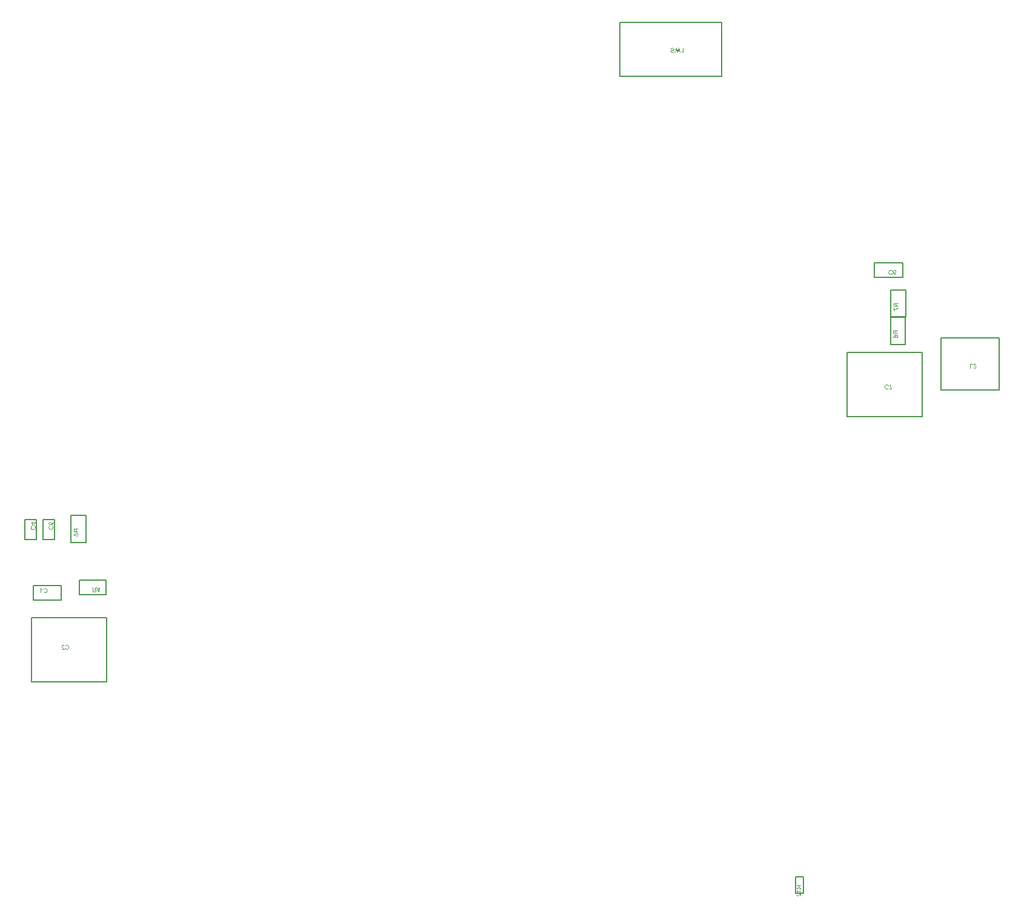
<source format=gbr>
%TF.GenerationSoftware,Altium Limited,Altium Designer,23.6.0 (18)*%
G04 Layer_Color=32896*
%FSLAX45Y45*%
%MOMM*%
%TF.SameCoordinates,8B2A78E3-6762-467B-82E4-ABAB87B9FA14*%
%TF.FilePolarity,Positive*%
%TF.FileFunction,Other,Bottom_Assembly*%
%TF.Part,Single*%
G01*
G75*
%TA.AperFunction,NonConductor*%
%ADD70C,0.20000*%
G36*
X8178824Y3351494D02*
X8150440D01*
Y3340584D01*
X8150532Y3339567D01*
Y3338827D01*
X8150625Y3338180D01*
X8150717Y3337718D01*
Y3337348D01*
X8150810Y3337163D01*
Y3337071D01*
X8151272Y3335591D01*
X8151549Y3334944D01*
X8151827Y3334390D01*
X8152104Y3333835D01*
X8152289Y3333465D01*
X8152381Y3333280D01*
X8152474Y3333188D01*
X8153029Y3332448D01*
X8153676Y3331708D01*
X8155063Y3330322D01*
X8155710Y3329674D01*
X8156265Y3329212D01*
X8156634Y3328935D01*
X8156727Y3328842D01*
X8158021Y3327918D01*
X8159408Y3326901D01*
X8160887Y3325884D01*
X8162274Y3324867D01*
X8163569Y3324034D01*
X8164586Y3323387D01*
X8164955Y3323110D01*
X8165233Y3322925D01*
X8165418Y3322740D01*
X8165510D01*
X8178824Y3314327D01*
Y3303787D01*
X8161442Y3314789D01*
X8159593Y3316083D01*
X8157929Y3317285D01*
X8156542Y3318487D01*
X8155248Y3319504D01*
X8154323Y3320429D01*
X8153583Y3321168D01*
X8153121Y3321631D01*
X8152936Y3321816D01*
X8152381Y3322555D01*
X8151734Y3323387D01*
X8150717Y3325052D01*
X8150347Y3325791D01*
X8149978Y3326346D01*
X8149793Y3326716D01*
X8149700Y3326901D01*
X8149423Y3325236D01*
X8149145Y3323665D01*
X8148683Y3322278D01*
X8148313Y3320891D01*
X8147851Y3319689D01*
X8147296Y3318580D01*
X8146834Y3317563D01*
X8146372Y3316638D01*
X8145817Y3315898D01*
X8145355Y3315159D01*
X8144985Y3314604D01*
X8144615Y3314142D01*
X8144338Y3313772D01*
X8144060Y3313495D01*
X8143968Y3313402D01*
X8143876Y3313310D01*
X8142951Y3312570D01*
X8142026Y3311830D01*
X8140085Y3310721D01*
X8138143Y3309981D01*
X8136294Y3309426D01*
X8134722Y3309057D01*
X8134075Y3308964D01*
X8133428D01*
X8132966Y3308872D01*
X8132596D01*
X8132411D01*
X8132319D01*
X8130377Y3308964D01*
X8128620Y3309242D01*
X8126956Y3309704D01*
X8125569Y3310166D01*
X8124367Y3310721D01*
X8123443Y3311091D01*
X8122888Y3311460D01*
X8122796Y3311553D01*
X8122703D01*
X8121224Y3312662D01*
X8119929Y3313772D01*
X8118820Y3314974D01*
X8117988Y3316083D01*
X8117341Y3317100D01*
X8116971Y3317932D01*
X8116693Y3318487D01*
X8116601Y3318580D01*
Y3318672D01*
X8116324Y3319504D01*
X8116046Y3320521D01*
X8115584Y3322555D01*
X8115307Y3324774D01*
X8115029Y3326808D01*
X8114937Y3328750D01*
Y3329582D01*
X8114844Y3330322D01*
Y3360000D01*
X8178824D01*
Y3351494D01*
D02*
G37*
G36*
X8137681Y3291398D02*
X8137034Y3290011D01*
X8136387Y3288624D01*
X8135739Y3287329D01*
X8135185Y3286220D01*
X8134722Y3285295D01*
X8134353Y3284741D01*
X8134260Y3284648D01*
Y3284556D01*
X8133243Y3282892D01*
X8132226Y3281412D01*
X8131301Y3280118D01*
X8130469Y3279101D01*
X8129822Y3278176D01*
X8129267Y3277622D01*
X8128898Y3277159D01*
X8128805Y3277067D01*
X8178824D01*
Y3269208D01*
X8114567D01*
Y3274293D01*
X8116139Y3275218D01*
X8117618Y3276235D01*
X8119097Y3277437D01*
X8120392Y3278546D01*
X8121501Y3279656D01*
X8122426Y3280488D01*
X8122703Y3280858D01*
X8122980Y3281135D01*
X8123073Y3281227D01*
X8123165Y3281320D01*
X8124737Y3283261D01*
X8126216Y3285203D01*
X8127511Y3287052D01*
X8128528Y3288901D01*
X8129452Y3290473D01*
X8129822Y3291120D01*
X8130100Y3291675D01*
X8130377Y3292137D01*
X8130469Y3292507D01*
X8130654Y3292692D01*
Y3292784D01*
X8138236D01*
X8137681Y3291398D01*
D02*
G37*
G36*
X8178824Y3207725D02*
X8171242D01*
Y3239252D01*
X8169671Y3238143D01*
X8169024Y3237588D01*
X8168376Y3237126D01*
X8167822Y3236664D01*
X8167452Y3236294D01*
X8167174Y3236016D01*
X8167082Y3235924D01*
X8166620Y3235462D01*
X8166157Y3234907D01*
X8164955Y3233613D01*
X8163569Y3232133D01*
X8162182Y3230561D01*
X8160980Y3229082D01*
X8160425Y3228435D01*
X8159870Y3227880D01*
X8159501Y3227418D01*
X8159223Y3227048D01*
X8159038Y3226863D01*
X8158946Y3226771D01*
X8157651Y3225291D01*
X8156450Y3223812D01*
X8155248Y3222518D01*
X8154231Y3221316D01*
X8153214Y3220206D01*
X8152289Y3219282D01*
X8151457Y3218357D01*
X8150717Y3217618D01*
X8149978Y3216878D01*
X8149423Y3216323D01*
X8148961Y3215861D01*
X8148498Y3215399D01*
X8147944Y3214936D01*
X8147759Y3214752D01*
X8146187Y3213457D01*
X8144800Y3212348D01*
X8143413Y3211423D01*
X8142304Y3210683D01*
X8141287Y3210129D01*
X8140547Y3209759D01*
X8140085Y3209574D01*
X8139900Y3209482D01*
X8138513Y3208927D01*
X8137126Y3208557D01*
X8135832Y3208187D01*
X8134722Y3208002D01*
X8133705Y3207910D01*
X8132966Y3207817D01*
X8132503D01*
X8132319D01*
X8130932Y3207910D01*
X8129637Y3208095D01*
X8128343Y3208280D01*
X8127233Y3208649D01*
X8125014Y3209574D01*
X8123258Y3210499D01*
X8122426Y3211053D01*
X8121779Y3211516D01*
X8121131Y3211978D01*
X8120669Y3212440D01*
X8120299Y3212810D01*
X8119929Y3212995D01*
X8119837Y3213180D01*
X8119744Y3213272D01*
X8118820Y3214289D01*
X8117988Y3215399D01*
X8117341Y3216601D01*
X8116786Y3217803D01*
X8115861Y3220206D01*
X8115214Y3222610D01*
X8115029Y3223627D01*
X8114844Y3224644D01*
X8114752Y3225569D01*
X8114659Y3226309D01*
X8114567Y3226956D01*
Y3227880D01*
X8114659Y3229544D01*
X8114752Y3231116D01*
X8115029Y3232596D01*
X8115307Y3233982D01*
X8115676Y3235277D01*
X8116046Y3236479D01*
X8116509Y3237588D01*
X8116971Y3238605D01*
X8117433Y3239530D01*
X8117895Y3240269D01*
X8118265Y3240917D01*
X8118635Y3241471D01*
X8118912Y3241934D01*
X8119190Y3242211D01*
X8119282Y3242396D01*
X8119375Y3242488D01*
X8120299Y3243413D01*
X8121316Y3244245D01*
X8122426Y3245077D01*
X8123535Y3245724D01*
X8125754Y3246834D01*
X8127973Y3247573D01*
X8128990Y3247851D01*
X8130007Y3248128D01*
X8130839Y3248313D01*
X8131579Y3248498D01*
X8132226Y3248590D01*
X8132688D01*
X8132966Y3248683D01*
X8133058D01*
X8133890Y3240639D01*
X8131764Y3240454D01*
X8129915Y3240084D01*
X8128250Y3239530D01*
X8126956Y3238883D01*
X8125847Y3238328D01*
X8125107Y3237773D01*
X8124645Y3237403D01*
X8124460Y3237218D01*
X8123350Y3235831D01*
X8122518Y3234352D01*
X8121871Y3232780D01*
X8121501Y3231394D01*
X8121224Y3230099D01*
X8121131Y3228990D01*
X8121039Y3228620D01*
Y3228065D01*
X8121131Y3226124D01*
X8121501Y3224367D01*
X8122056Y3222888D01*
X8122611Y3221593D01*
X8123258Y3220576D01*
X8123720Y3219929D01*
X8124090Y3219467D01*
X8124275Y3219282D01*
X8125569Y3218172D01*
X8126864Y3217340D01*
X8128158Y3216693D01*
X8129452Y3216323D01*
X8130469Y3216046D01*
X8131394Y3215953D01*
X8131949Y3215861D01*
X8132041D01*
X8132134D01*
X8133798Y3216046D01*
X8135554Y3216416D01*
X8137126Y3217063D01*
X8138606Y3217710D01*
X8139807Y3218450D01*
X8140824Y3219097D01*
X8141194Y3219282D01*
X8141472Y3219467D01*
X8141564Y3219652D01*
X8141657D01*
X8142674Y3220391D01*
X8143691Y3221316D01*
X8144800Y3222333D01*
X8145910Y3223442D01*
X8148128Y3225754D01*
X8150347Y3228065D01*
X8151364Y3229267D01*
X8152289Y3230284D01*
X8153121Y3231301D01*
X8153861Y3232133D01*
X8154415Y3232780D01*
X8154878Y3233335D01*
X8155155Y3233705D01*
X8155248Y3233797D01*
X8157189Y3236109D01*
X8159038Y3238235D01*
X8160702Y3239992D01*
X8162089Y3241379D01*
X8163291Y3242581D01*
X8164123Y3243413D01*
X8164678Y3243875D01*
X8164771Y3244060D01*
X8164863D01*
X8166435Y3245354D01*
X8167914Y3246371D01*
X8169393Y3247296D01*
X8170688Y3248036D01*
X8171797Y3248590D01*
X8172629Y3248960D01*
X8173184Y3249145D01*
X8173277Y3249238D01*
X8173369D01*
X8174386Y3249607D01*
X8175311Y3249792D01*
X8176235Y3249977D01*
X8177067Y3250070D01*
X8177807Y3250162D01*
X8178362D01*
X8178731D01*
X8178824D01*
Y3207725D01*
D02*
G37*
G36*
X-1921108Y8333995D02*
X-1949492D01*
Y8323085D01*
X-1949400Y8322068D01*
Y8321329D01*
X-1949308Y8320681D01*
X-1949215Y8320219D01*
Y8319849D01*
X-1949123Y8319664D01*
Y8319572D01*
X-1948660Y8318093D01*
X-1948383Y8317445D01*
X-1948106Y8316891D01*
X-1947828Y8316336D01*
X-1947643Y8315966D01*
X-1947551Y8315781D01*
X-1947458Y8315689D01*
X-1946904Y8314949D01*
X-1946256Y8314209D01*
X-1944870Y8312823D01*
X-1944222Y8312175D01*
X-1943668Y8311713D01*
X-1943298Y8311436D01*
X-1943205Y8311343D01*
X-1941911Y8310419D01*
X-1940524Y8309402D01*
X-1939045Y8308385D01*
X-1937658Y8307368D01*
X-1936364Y8306536D01*
X-1935347Y8305888D01*
X-1934977Y8305611D01*
X-1934699Y8305426D01*
X-1934515Y8305241D01*
X-1934422D01*
X-1921108Y8296828D01*
Y8286288D01*
X-1938490Y8297290D01*
X-1940339Y8298584D01*
X-1942003Y8299786D01*
X-1943390Y8300988D01*
X-1944685Y8302005D01*
X-1945609Y8302930D01*
X-1946349Y8303669D01*
X-1946811Y8304132D01*
X-1946996Y8304317D01*
X-1947551Y8305056D01*
X-1948198Y8305888D01*
X-1949215Y8307553D01*
X-1949585Y8308292D01*
X-1949955Y8308847D01*
X-1950140Y8309217D01*
X-1950232Y8309402D01*
X-1950509Y8307738D01*
X-1950787Y8306166D01*
X-1951249Y8304779D01*
X-1951619Y8303392D01*
X-1952081Y8302190D01*
X-1952636Y8301081D01*
X-1953098Y8300064D01*
X-1953560Y8299139D01*
X-1954115Y8298399D01*
X-1954577Y8297660D01*
X-1954947Y8297105D01*
X-1955317Y8296643D01*
X-1955595Y8296273D01*
X-1955872Y8295996D01*
X-1955964Y8295903D01*
X-1956057Y8295811D01*
X-1956981Y8295071D01*
X-1957906Y8294331D01*
X-1959847Y8293222D01*
X-1961789Y8292482D01*
X-1963638Y8291928D01*
X-1965210Y8291558D01*
X-1965857Y8291465D01*
X-1966504D01*
X-1966967Y8291373D01*
X-1967336D01*
X-1967521D01*
X-1967614D01*
X-1969555Y8291465D01*
X-1971312Y8291743D01*
X-1972976Y8292205D01*
X-1974363Y8292667D01*
X-1975565Y8293222D01*
X-1976490Y8293592D01*
X-1977044Y8293962D01*
X-1977137Y8294054D01*
X-1977229D01*
X-1978709Y8295163D01*
X-1980003Y8296273D01*
X-1981112Y8297475D01*
X-1981944Y8298584D01*
X-1982592Y8299601D01*
X-1982961Y8300433D01*
X-1983239Y8300988D01*
X-1983331Y8301081D01*
Y8301173D01*
X-1983609Y8302005D01*
X-1983886Y8303022D01*
X-1984348Y8305056D01*
X-1984626Y8307275D01*
X-1984903Y8309309D01*
X-1984996Y8311251D01*
Y8312083D01*
X-1985088Y8312823D01*
Y8342501D01*
X-1921108D01*
Y8333995D01*
D02*
G37*
G36*
X-1936364Y8281110D02*
X-1934977Y8280833D01*
X-1932388Y8280001D01*
X-1930169Y8278984D01*
X-1929152Y8278429D01*
X-1928320Y8277874D01*
X-1927488Y8277412D01*
X-1926748Y8276857D01*
X-1926194Y8276395D01*
X-1925731Y8275933D01*
X-1925361Y8275563D01*
X-1924992Y8275378D01*
X-1924899Y8275193D01*
X-1924807Y8275101D01*
X-1923975Y8273991D01*
X-1923235Y8272882D01*
X-1922588Y8271680D01*
X-1922033Y8270478D01*
X-1921201Y8268166D01*
X-1920646Y8265855D01*
X-1920369Y8264838D01*
X-1920276Y8263821D01*
X-1920184Y8262989D01*
X-1920091Y8262249D01*
X-1919999Y8261602D01*
Y8260770D01*
X-1920091Y8258828D01*
X-1920369Y8256979D01*
X-1920739Y8255223D01*
X-1921201Y8253651D01*
X-1921848Y8252171D01*
X-1922495Y8250785D01*
X-1923142Y8249490D01*
X-1923882Y8248381D01*
X-1924622Y8247364D01*
X-1925269Y8246439D01*
X-1926009Y8245700D01*
X-1926563Y8245052D01*
X-1927026Y8244590D01*
X-1927395Y8244220D01*
X-1927673Y8244035D01*
X-1927765Y8243943D01*
X-1928967Y8243018D01*
X-1930262Y8242279D01*
X-1931463Y8241539D01*
X-1932758Y8240984D01*
X-1935254Y8240060D01*
X-1937658Y8239505D01*
X-1938675Y8239320D01*
X-1939692Y8239135D01*
X-1940524Y8239043D01*
X-1941264Y8238950D01*
X-1941911Y8238858D01*
X-1942373D01*
X-1942651D01*
X-1942743D01*
X-1944407Y8238950D01*
X-1945979Y8239135D01*
X-1947551Y8239413D01*
X-1948938Y8239782D01*
X-1950232Y8240245D01*
X-1951526Y8240707D01*
X-1952636Y8241262D01*
X-1953653Y8241724D01*
X-1954577Y8242279D01*
X-1955410Y8242833D01*
X-1956057Y8243296D01*
X-1956704Y8243758D01*
X-1957166Y8244128D01*
X-1957444Y8244405D01*
X-1957629Y8244590D01*
X-1957721Y8244683D01*
X-1958738Y8245792D01*
X-1959663Y8246901D01*
X-1960402Y8248103D01*
X-1961049Y8249305D01*
X-1961697Y8250507D01*
X-1962159Y8251709D01*
X-1962806Y8253928D01*
X-1963083Y8254945D01*
X-1963268Y8255870D01*
X-1963361Y8256702D01*
X-1963453Y8257441D01*
X-1963546Y8257996D01*
Y8260030D01*
X-1963361Y8261140D01*
X-1962899Y8263359D01*
X-1962251Y8265393D01*
X-1961512Y8267242D01*
X-1960772Y8268721D01*
X-1960402Y8269368D01*
X-1960125Y8269923D01*
X-1959847Y8270385D01*
X-1959663Y8270663D01*
X-1959570Y8270848D01*
X-1959478Y8270940D01*
X-1976767Y8267519D01*
Y8241909D01*
X-1984256D01*
Y8273714D01*
X-1951342Y8279908D01*
X-1950325Y8272512D01*
X-1951342Y8271865D01*
X-1952174Y8271032D01*
X-1953006Y8270293D01*
X-1953653Y8269553D01*
X-1954115Y8268814D01*
X-1954577Y8268259D01*
X-1954762Y8267889D01*
X-1954855Y8267797D01*
X-1955410Y8266595D01*
X-1955872Y8265393D01*
X-1956149Y8264283D01*
X-1956427Y8263174D01*
X-1956519Y8262249D01*
X-1956612Y8261510D01*
Y8259753D01*
X-1956427Y8258643D01*
X-1955964Y8256702D01*
X-1955317Y8255038D01*
X-1954670Y8253558D01*
X-1953930Y8252449D01*
X-1953283Y8251617D01*
X-1952821Y8251154D01*
X-1952728Y8250970D01*
X-1952636D01*
X-1951064Y8249675D01*
X-1949400Y8248751D01*
X-1947643Y8248103D01*
X-1945887Y8247641D01*
X-1944407Y8247364D01*
X-1943760Y8247271D01*
X-1943205D01*
X-1942743Y8247179D01*
X-1942373D01*
X-1942188D01*
X-1942096D01*
X-1940802D01*
X-1939600Y8247364D01*
X-1937288Y8247826D01*
X-1935347Y8248473D01*
X-1933775Y8249120D01*
X-1932481Y8249860D01*
X-1931463Y8250507D01*
X-1931186Y8250785D01*
X-1930909Y8250970D01*
X-1930816Y8251062D01*
X-1930724Y8251154D01*
X-1929984Y8251894D01*
X-1929337Y8252634D01*
X-1928228Y8254298D01*
X-1927488Y8255870D01*
X-1927026Y8257441D01*
X-1926656Y8258736D01*
X-1926563Y8259845D01*
X-1926471Y8260215D01*
Y8260770D01*
X-1926563Y8262527D01*
X-1926933Y8264098D01*
X-1927395Y8265485D01*
X-1927950Y8266595D01*
X-1928505Y8267612D01*
X-1928967Y8268351D01*
X-1929337Y8268721D01*
X-1929429Y8268906D01*
X-1930724Y8270015D01*
X-1932111Y8270940D01*
X-1933682Y8271680D01*
X-1935069Y8272234D01*
X-1936456Y8272604D01*
X-1937473Y8272882D01*
X-1937935Y8272974D01*
X-1938213Y8273067D01*
X-1938398D01*
X-1938490D01*
X-1937843Y8281295D01*
X-1936364Y8281110D01*
D02*
G37*
G36*
X6530762Y15000708D02*
X6525677D01*
X6524753Y15002280D01*
X6523735Y15003758D01*
X6522534Y15005238D01*
X6521424Y15006532D01*
X6520315Y15007642D01*
X6519483Y15008566D01*
X6519113Y15008844D01*
X6518835Y15009122D01*
X6518743Y15009213D01*
X6518650Y15009306D01*
X6516709Y15010878D01*
X6514767Y15012357D01*
X6512918Y15013651D01*
X6511069Y15014668D01*
X6509497Y15015593D01*
X6508850Y15015964D01*
X6508295Y15016240D01*
X6507833Y15016518D01*
X6507463Y15016611D01*
X6507278Y15016795D01*
X6507186D01*
Y15024376D01*
X6508573Y15023822D01*
X6509960Y15023174D01*
X6511346Y15022527D01*
X6512641Y15021880D01*
X6513750Y15021326D01*
X6514675Y15020863D01*
X6515230Y15020493D01*
X6515322Y15020401D01*
X6515414D01*
X6517079Y15019383D01*
X6518558Y15018367D01*
X6519852Y15017442D01*
X6520869Y15016611D01*
X6521794Y15015964D01*
X6522349Y15015408D01*
X6522811Y15015038D01*
X6522903Y15014946D01*
Y15064964D01*
X6530762D01*
Y15000708D01*
D02*
G37*
G36*
X6496461Y15000986D02*
X6487863D01*
X6477877Y15042128D01*
X6477138Y15044994D01*
X6476583Y15047583D01*
X6476028Y15049986D01*
X6475566Y15052020D01*
X6475289Y15052945D01*
X6475196Y15053777D01*
X6475011Y15054425D01*
X6474919Y15054979D01*
X6474734Y15055441D01*
Y15055811D01*
X6474641Y15055997D01*
Y15056088D01*
X6473994Y15052020D01*
X6473162Y15048045D01*
X6472330Y15044254D01*
X6471960Y15042497D01*
X6471498Y15040741D01*
X6471128Y15039169D01*
X6470758Y15037782D01*
X6470388Y15036581D01*
X6470111Y15035471D01*
X6469926Y15034639D01*
X6469741Y15033992D01*
X6469556Y15033530D01*
Y15033437D01*
X6460496Y15000986D01*
X6450233D01*
X6438121Y15044254D01*
X6438029Y15044624D01*
X6437844Y15045180D01*
X6437659Y15045918D01*
X6437474Y15046751D01*
X6437197Y15047675D01*
X6437012Y15048692D01*
X6436457Y15050726D01*
X6435995Y15052760D01*
X6435717Y15053685D01*
X6435532Y15054425D01*
X6435440Y15055164D01*
X6435255Y15055626D01*
X6435163Y15055997D01*
Y15056088D01*
X6434700Y15053685D01*
X6434238Y15051282D01*
X6433776Y15049062D01*
X6433314Y15047121D01*
X6433129Y15046196D01*
X6432944Y15045364D01*
X6432759Y15044717D01*
X6432666Y15044069D01*
X6432574Y15043607D01*
X6432481Y15043237D01*
X6432389Y15043053D01*
Y15042960D01*
X6422866Y15000986D01*
X6414083D01*
X6430817Y15064964D01*
X6439693D01*
X6453192Y15016240D01*
X6453561Y15015038D01*
X6453839Y15013744D01*
X6454209Y15012450D01*
X6454486Y15011340D01*
X6454763Y15010323D01*
X6454948Y15009491D01*
X6455041Y15008936D01*
X6455133Y15008844D01*
Y15008751D01*
X6455226Y15009029D01*
X6455318Y15009491D01*
X6455595Y15010509D01*
X6455965Y15011710D01*
X6456335Y15013004D01*
X6456612Y15014206D01*
X6456890Y15015224D01*
X6456982Y15015685D01*
X6457075Y15015964D01*
X6457167Y15016148D01*
Y15016240D01*
X6470573Y15064964D01*
X6478894D01*
X6496461Y15000986D01*
D02*
G37*
G36*
X6387178Y15065982D02*
X6389489Y15065704D01*
X6391616Y15065242D01*
X6393373Y15064780D01*
X6394852Y15064410D01*
X6395499Y15064133D01*
X6396054Y15063948D01*
X6396424Y15063763D01*
X6396701Y15063670D01*
X6396886Y15063577D01*
X6396978D01*
X6398920Y15062561D01*
X6400584Y15061452D01*
X6402063Y15060249D01*
X6403265Y15059140D01*
X6404190Y15058215D01*
X6404837Y15057384D01*
X6405299Y15056828D01*
X6405392Y15056737D01*
Y15056644D01*
X6406409Y15054887D01*
X6407148Y15053223D01*
X6407611Y15051651D01*
X6407981Y15050172D01*
X6408165Y15048877D01*
X6408350Y15047861D01*
Y15047490D01*
Y15047214D01*
Y15047121D01*
Y15047028D01*
X6408258Y15045180D01*
X6407981Y15043422D01*
X6407518Y15041850D01*
X6407056Y15040556D01*
X6406501Y15039447D01*
X6406131Y15038615D01*
X6405762Y15038152D01*
X6405669Y15037967D01*
X6404560Y15036581D01*
X6403265Y15035286D01*
X6401878Y15034177D01*
X6400492Y15033160D01*
X6399290Y15032420D01*
X6398273Y15031865D01*
X6397903Y15031680D01*
X6397626Y15031496D01*
X6397441Y15031403D01*
X6397348D01*
X6396608Y15031033D01*
X6395684Y15030756D01*
X6394667Y15030386D01*
X6393557Y15030016D01*
X6391246Y15029369D01*
X6388842Y15028722D01*
X6387733Y15028444D01*
X6386716Y15028168D01*
X6385699Y15027890D01*
X6384867Y15027705D01*
X6384219Y15027521D01*
X6383665Y15027428D01*
X6383295Y15027335D01*
X6383202D01*
X6381353Y15026872D01*
X6379689Y15026503D01*
X6378210Y15026041D01*
X6376915Y15025671D01*
X6375713Y15025208D01*
X6374696Y15024838D01*
X6373772Y15024469D01*
X6372940Y15024191D01*
X6372293Y15023822D01*
X6371738Y15023544D01*
X6371368Y15023360D01*
X6370998Y15023082D01*
X6370536Y15022804D01*
X6370443Y15022713D01*
X6369611Y15021788D01*
X6369057Y15020863D01*
X6368594Y15019939D01*
X6368317Y15019014D01*
X6368132Y15018274D01*
X6368040Y15017627D01*
Y15017258D01*
Y15017072D01*
X6368224Y15015593D01*
X6368594Y15014299D01*
X6369149Y15013190D01*
X6369796Y15012172D01*
X6370351Y15011433D01*
X6370906Y15010785D01*
X6371276Y15010416D01*
X6371460Y15010323D01*
X6372200Y15009862D01*
X6372940Y15009398D01*
X6374696Y15008659D01*
X6376546Y15008197D01*
X6378395Y15007828D01*
X6380059Y15007642D01*
X6380799Y15007549D01*
X6381353Y15007457D01*
X6382648D01*
X6385236Y15007549D01*
X6387548Y15007919D01*
X6389397Y15008475D01*
X6390969Y15009029D01*
X6392171Y15009583D01*
X6393095Y15010138D01*
X6393557Y15010509D01*
X6393742Y15010600D01*
X6395037Y15011896D01*
X6396054Y15013281D01*
X6396886Y15014761D01*
X6397441Y15016240D01*
X6397810Y15017627D01*
X6398088Y15018645D01*
X6398180Y15019106D01*
X6398273Y15019383D01*
Y15019569D01*
Y15019661D01*
X6406409Y15019014D01*
X6406224Y15016980D01*
X6405762Y15015131D01*
X6405299Y15013374D01*
X6404652Y15011896D01*
X6404097Y15010693D01*
X6403635Y15009769D01*
X6403450Y15009491D01*
X6403265Y15009213D01*
X6403173Y15009122D01*
Y15009029D01*
X6401971Y15007457D01*
X6400677Y15006070D01*
X6399290Y15004868D01*
X6397903Y15003944D01*
X6396701Y15003111D01*
X6395776Y15002649D01*
X6395407Y15002464D01*
X6395129Y15002280D01*
X6394944Y15002187D01*
X6394852D01*
X6392818Y15001447D01*
X6390599Y15000893D01*
X6388565Y15000430D01*
X6386623Y15000153D01*
X6384867Y14999968D01*
X6384219D01*
X6383572Y14999876D01*
X6382370D01*
X6379966Y14999968D01*
X6377840Y15000246D01*
X6375806Y15000615D01*
X6374049Y15000986D01*
X6372662Y15001355D01*
X6372015Y15001540D01*
X6371553Y15001724D01*
X6371183Y15001910D01*
X6370906Y15002002D01*
X6370721Y15002094D01*
X6370628D01*
X6368779Y15003020D01*
X6367115Y15004036D01*
X6365728Y15005145D01*
X6364619Y15006163D01*
X6363787Y15007088D01*
X6363139Y15007828D01*
X6362677Y15008382D01*
X6362585Y15008475D01*
Y15008566D01*
X6361660Y15010138D01*
X6361013Y15011710D01*
X6360551Y15013281D01*
X6360273Y15014668D01*
X6360088Y15015871D01*
X6359903Y15016795D01*
Y15017165D01*
Y15017442D01*
Y15017535D01*
Y15017627D01*
X6359996Y15019199D01*
X6360273Y15020679D01*
X6360643Y15022066D01*
X6361013Y15023267D01*
X6361383Y15024191D01*
X6361753Y15024931D01*
X6362030Y15025394D01*
X6362122Y15025578D01*
X6363047Y15026872D01*
X6364156Y15028075D01*
X6365266Y15029092D01*
X6366375Y15029924D01*
X6367300Y15030663D01*
X6368132Y15031126D01*
X6368687Y15031496D01*
X6368779Y15031589D01*
X6368872D01*
X6369611Y15031958D01*
X6370443Y15032327D01*
X6372293Y15032974D01*
X6374419Y15033623D01*
X6376453Y15034270D01*
X6378302Y15034824D01*
X6379134Y15035008D01*
X6379874Y15035194D01*
X6380429Y15035379D01*
X6380891Y15035471D01*
X6381168Y15035564D01*
X6381261D01*
X6382833Y15035933D01*
X6384312Y15036304D01*
X6385606Y15036673D01*
X6386716Y15036951D01*
X6387825Y15037228D01*
X6388750Y15037505D01*
X6389582Y15037691D01*
X6390229Y15037967D01*
X6390876Y15038152D01*
X6391338Y15038245D01*
X6392078Y15038522D01*
X6392540Y15038615D01*
X6392633Y15038707D01*
X6394020Y15039262D01*
X6395222Y15039909D01*
X6396239Y15040556D01*
X6396978Y15041112D01*
X6397626Y15041666D01*
X6397995Y15042035D01*
X6398273Y15042313D01*
X6398365Y15042406D01*
X6399012Y15043237D01*
X6399475Y15044162D01*
X6399752Y15045087D01*
X6400029Y15045827D01*
X6400122Y15046565D01*
X6400214Y15047121D01*
Y15047583D01*
Y15047675D01*
X6400122Y15048785D01*
X6399937Y15049802D01*
X6399660Y15050726D01*
X6399290Y15051466D01*
X6398920Y15052206D01*
X6398643Y15052669D01*
X6398458Y15053038D01*
X6398365Y15053130D01*
X6397626Y15054054D01*
X6396701Y15054794D01*
X6395776Y15055441D01*
X6394944Y15056088D01*
X6394112Y15056459D01*
X6393465Y15056828D01*
X6393003Y15057013D01*
X6392818Y15057106D01*
X6391431Y15057568D01*
X6389952Y15057938D01*
X6388472Y15058122D01*
X6387178Y15058308D01*
X6386069Y15058400D01*
X6385144Y15058493D01*
X6384312D01*
X6382278Y15058400D01*
X6380429Y15058215D01*
X6378764Y15057938D01*
X6377285Y15057568D01*
X6376083Y15057198D01*
X6375159Y15056921D01*
X6374881Y15056828D01*
X6374604Y15056737D01*
X6374512Y15056644D01*
X6374419D01*
X6372940Y15055904D01*
X6371553Y15055072D01*
X6370536Y15054240D01*
X6369611Y15053407D01*
X6368872Y15052760D01*
X6368409Y15052113D01*
X6368132Y15051743D01*
X6368040Y15051651D01*
X6367392Y15050449D01*
X6366745Y15049155D01*
X6366375Y15047768D01*
X6366006Y15046565D01*
X6365728Y15045364D01*
X6365543Y15044531D01*
Y15044162D01*
X6365451Y15043884D01*
Y15043793D01*
Y15043700D01*
X6357500Y15044440D01*
X6357685Y15046751D01*
X6358054Y15048970D01*
X6358609Y15050911D01*
X6359256Y15052669D01*
X6359903Y15054054D01*
X6360181Y15054610D01*
X6360366Y15055072D01*
X6360643Y15055441D01*
X6360736Y15055719D01*
X6360920Y15055904D01*
Y15055997D01*
X6362307Y15057753D01*
X6363787Y15059325D01*
X6365358Y15060619D01*
X6366838Y15061729D01*
X6368132Y15062561D01*
X6369242Y15063115D01*
X6369611Y15063300D01*
X6369889Y15063486D01*
X6370074Y15063577D01*
X6370166D01*
X6372477Y15064410D01*
X6374881Y15065057D01*
X6377285Y15065427D01*
X6379597Y15065797D01*
X6380706Y15065889D01*
X6381631Y15065982D01*
X6382463D01*
X6383202Y15066074D01*
X6384682D01*
X6387178Y15065982D01*
D02*
G37*
G36*
X9376896Y10359909D02*
X9378652Y10359724D01*
X9380317Y10359539D01*
X9381888Y10359169D01*
X9383368Y10358707D01*
X9384754Y10358245D01*
X9386049Y10357782D01*
X9387251Y10357228D01*
X9388268Y10356765D01*
X9389285Y10356303D01*
X9390024Y10355841D01*
X9390764Y10355379D01*
X9391226Y10355009D01*
X9391689Y10354824D01*
X9391874Y10354639D01*
X9391966Y10354546D01*
X9393260Y10353437D01*
X9394370Y10352328D01*
X9395387Y10351033D01*
X9396404Y10349739D01*
X9398068Y10347150D01*
X9399362Y10344561D01*
X9399917Y10343359D01*
X9400379Y10342250D01*
X9400749Y10341233D01*
X9401027Y10340401D01*
X9401304Y10339661D01*
X9401489Y10339106D01*
X9401581Y10338736D01*
Y10338644D01*
X9393075Y10336518D01*
X9392706Y10337997D01*
X9392243Y10339384D01*
X9391781Y10340678D01*
X9391319Y10341880D01*
X9390764Y10342989D01*
X9390209Y10343914D01*
X9389562Y10344839D01*
X9389007Y10345671D01*
X9388545Y10346410D01*
X9387990Y10346965D01*
X9387528Y10347520D01*
X9387158Y10347982D01*
X9386788Y10348259D01*
X9386511Y10348537D01*
X9386419Y10348629D01*
X9386326Y10348722D01*
X9385402Y10349461D01*
X9384385Y10350016D01*
X9382351Y10351033D01*
X9380409Y10351773D01*
X9378467Y10352235D01*
X9376803Y10352605D01*
X9376156Y10352697D01*
X9375509D01*
X9374954Y10352790D01*
X9374307D01*
X9372180Y10352697D01*
X9370146Y10352328D01*
X9368297Y10351865D01*
X9366633Y10351311D01*
X9365339Y10350756D01*
X9364784Y10350478D01*
X9364322Y10350293D01*
X9363952Y10350109D01*
X9363674Y10349924D01*
X9363490Y10349831D01*
X9363397D01*
X9361640Y10348537D01*
X9360161Y10347150D01*
X9358867Y10345578D01*
X9357850Y10344099D01*
X9357018Y10342805D01*
X9356463Y10341695D01*
X9356278Y10341233D01*
X9356093Y10340955D01*
X9356001Y10340771D01*
Y10340678D01*
X9355261Y10338274D01*
X9354706Y10335870D01*
X9354244Y10333467D01*
X9353967Y10331248D01*
X9353874Y10330231D01*
X9353782Y10329306D01*
Y10328474D01*
X9353689Y10327827D01*
Y10327272D01*
Y10326810D01*
Y10326532D01*
Y10326440D01*
X9353782Y10324036D01*
X9353967Y10321817D01*
X9354336Y10319783D01*
X9354706Y10317934D01*
X9354984Y10316362D01*
X9355168Y10315715D01*
X9355353Y10315160D01*
X9355446Y10314698D01*
X9355538Y10314421D01*
X9355631Y10314236D01*
Y10314143D01*
X9356555Y10312017D01*
X9357572Y10310075D01*
X9358682Y10308503D01*
X9359884Y10307117D01*
X9360901Y10306007D01*
X9361733Y10305267D01*
X9362380Y10304805D01*
X9362473Y10304620D01*
X9362565D01*
X9364507Y10303418D01*
X9366633Y10302494D01*
X9368667Y10301847D01*
X9370609Y10301477D01*
X9372365Y10301199D01*
X9373105Y10301107D01*
X9373752D01*
X9374214Y10301014D01*
X9374954D01*
X9377265Y10301107D01*
X9379392Y10301477D01*
X9381149Y10302031D01*
X9382720Y10302586D01*
X9383922Y10303233D01*
X9384847Y10303696D01*
X9385402Y10304065D01*
X9385587Y10304250D01*
X9387066Y10305637D01*
X9388453Y10307209D01*
X9389562Y10308873D01*
X9390487Y10310537D01*
X9391226Y10312017D01*
X9391504Y10312756D01*
X9391689Y10313311D01*
X9391874Y10313773D01*
X9392058Y10314143D01*
X9392151Y10314328D01*
Y10314421D01*
X9400472Y10312479D01*
X9399917Y10310815D01*
X9399362Y10309335D01*
X9398623Y10307949D01*
X9397976Y10306562D01*
X9397236Y10305360D01*
X9396404Y10304250D01*
X9395664Y10303141D01*
X9394925Y10302216D01*
X9394185Y10301477D01*
X9393538Y10300737D01*
X9392891Y10300090D01*
X9392428Y10299628D01*
X9391966Y10299165D01*
X9391596Y10298888D01*
X9391411Y10298796D01*
X9391319Y10298703D01*
X9390024Y10297871D01*
X9388730Y10297039D01*
X9387436Y10296392D01*
X9386049Y10295837D01*
X9383275Y10295005D01*
X9380779Y10294450D01*
X9379577Y10294173D01*
X9378560Y10294080D01*
X9377543Y10293988D01*
X9376711Y10293895D01*
X9376064Y10293803D01*
X9375139D01*
X9372088Y10293988D01*
X9369129Y10294450D01*
X9366541Y10295005D01*
X9365339Y10295375D01*
X9364229Y10295744D01*
X9363212Y10296114D01*
X9362288Y10296484D01*
X9361548Y10296761D01*
X9360808Y10297039D01*
X9360346Y10297316D01*
X9359976Y10297501D01*
X9359699Y10297594D01*
X9359606Y10297686D01*
X9357110Y10299258D01*
X9354984Y10301107D01*
X9353134Y10302956D01*
X9351563Y10304805D01*
X9350361Y10306469D01*
X9349898Y10307209D01*
X9349529Y10307856D01*
X9349159Y10308318D01*
X9348974Y10308688D01*
X9348881Y10308966D01*
X9348789Y10309058D01*
X9347495Y10311924D01*
X9346570Y10314883D01*
X9345923Y10317841D01*
X9345461Y10320523D01*
X9345276Y10321725D01*
X9345183Y10322927D01*
X9345091Y10323851D01*
Y10324776D01*
X9344998Y10325423D01*
Y10325978D01*
Y10326347D01*
Y10326440D01*
X9345183Y10329768D01*
X9345553Y10333004D01*
X9346015Y10335870D01*
X9346385Y10337257D01*
X9346663Y10338459D01*
X9346940Y10339569D01*
X9347310Y10340586D01*
X9347587Y10341510D01*
X9347772Y10342250D01*
X9348049Y10342805D01*
X9348142Y10343267D01*
X9348327Y10343544D01*
Y10343637D01*
X9349714Y10346410D01*
X9351285Y10348907D01*
X9352950Y10351033D01*
X9353782Y10351865D01*
X9354521Y10352697D01*
X9355261Y10353437D01*
X9356001Y10354084D01*
X9356648Y10354639D01*
X9357203Y10355009D01*
X9357572Y10355379D01*
X9357942Y10355656D01*
X9358127Y10355748D01*
X9358220Y10355841D01*
X9359514Y10356581D01*
X9360808Y10357228D01*
X9363582Y10358245D01*
X9366356Y10358984D01*
X9369037Y10359447D01*
X9370331Y10359632D01*
X9371441Y10359816D01*
X9372458Y10359909D01*
X9373290D01*
X9374030Y10360001D01*
X9375047D01*
X9376896Y10359909D01*
D02*
G37*
G36*
X9426637Y10355379D02*
X9427099Y10352143D01*
X9427562Y10349184D01*
X9427839Y10347797D01*
X9428116Y10346503D01*
X9428301Y10345393D01*
X9428579Y10344376D01*
X9428763Y10343452D01*
X9428948Y10342712D01*
X9429133Y10342157D01*
X9429226Y10341695D01*
X9429318Y10341418D01*
Y10341325D01*
X9430705Y10337072D01*
X9432184Y10333097D01*
X9432924Y10331155D01*
X9433664Y10329306D01*
X9434496Y10327642D01*
X9435235Y10325978D01*
X9435883Y10324498D01*
X9436530Y10323204D01*
X9437085Y10322094D01*
X9437547Y10321077D01*
X9438009Y10320245D01*
X9438286Y10319691D01*
X9438471Y10319321D01*
X9438564Y10319228D01*
X9439673Y10317287D01*
X9440783Y10315345D01*
X9441892Y10313588D01*
X9443002Y10311924D01*
X9444019Y10310445D01*
X9445036Y10308966D01*
X9446053Y10307671D01*
X9446885Y10306562D01*
X9447717Y10305452D01*
X9448457Y10304528D01*
X9449196Y10303788D01*
X9449751Y10303141D01*
X9450121Y10302586D01*
X9450491Y10302216D01*
X9450676Y10302031D01*
X9450768Y10301939D01*
Y10295744D01*
X9409348D01*
Y10303326D01*
X9440690D01*
X9438471Y10306007D01*
X9436345Y10308873D01*
X9434496Y10311647D01*
X9432739Y10314328D01*
X9431999Y10315530D01*
X9431352Y10316640D01*
X9430705Y10317657D01*
X9430243Y10318489D01*
X9429873Y10319228D01*
X9429596Y10319691D01*
X9429411Y10320060D01*
X9429318Y10320153D01*
X9427469Y10323851D01*
X9425805Y10327549D01*
X9424418Y10331063D01*
X9423863Y10332634D01*
X9423309Y10334206D01*
X9422754Y10335593D01*
X9422384Y10336887D01*
X9422014Y10337997D01*
X9421737Y10338921D01*
X9421459Y10339754D01*
X9421275Y10340308D01*
X9421182Y10340678D01*
Y10340771D01*
X9420258Y10344561D01*
X9419888Y10346410D01*
X9419610Y10348075D01*
X9419333Y10349646D01*
X9419056Y10351218D01*
X9418871Y10352512D01*
X9418686Y10353807D01*
X9418593Y10354916D01*
X9418501Y10355933D01*
X9418408Y10356858D01*
Y10357598D01*
X9418316Y10358152D01*
Y10358522D01*
Y10358799D01*
Y10358892D01*
X9426360D01*
X9426637Y10355379D01*
D02*
G37*
G36*
X-2442370Y7511293D02*
X-2441352Y7509814D01*
X-2440151Y7508335D01*
X-2439041Y7507040D01*
X-2437932Y7505931D01*
X-2437100Y7505006D01*
X-2436730Y7504729D01*
X-2436452Y7504452D01*
X-2436360Y7504359D01*
X-2436267Y7504267D01*
X-2434326Y7502695D01*
X-2432384Y7501216D01*
X-2430535Y7499921D01*
X-2428686Y7498904D01*
X-2427114Y7497980D01*
X-2426467Y7497610D01*
X-2425912Y7497332D01*
X-2425450Y7497055D01*
X-2425080Y7496963D01*
X-2424895Y7496778D01*
X-2424803D01*
Y7489196D01*
X-2426190Y7489751D01*
X-2427577Y7490398D01*
X-2428963Y7491045D01*
X-2430258Y7491693D01*
X-2431367Y7492247D01*
X-2432292Y7492710D01*
X-2432847Y7493080D01*
X-2432939Y7493172D01*
X-2433031D01*
X-2434696Y7494189D01*
X-2436175Y7495206D01*
X-2437469Y7496131D01*
X-2438486Y7496963D01*
X-2439411Y7497610D01*
X-2439966Y7498165D01*
X-2440428Y7498534D01*
X-2440520Y7498627D01*
Y7448608D01*
X-2448379D01*
Y7512865D01*
X-2443294D01*
X-2442370Y7511293D01*
D02*
G37*
G36*
X-2382088Y7513512D02*
X-2379130Y7513050D01*
X-2376541Y7512495D01*
X-2375339Y7512125D01*
X-2374229Y7511756D01*
X-2373212Y7511386D01*
X-2372288Y7511016D01*
X-2371548Y7510739D01*
X-2370809Y7510461D01*
X-2370346Y7510184D01*
X-2369976Y7509999D01*
X-2369699Y7509906D01*
X-2369607Y7509814D01*
X-2367110Y7508242D01*
X-2364984Y7506393D01*
X-2363135Y7504544D01*
X-2361563Y7502695D01*
X-2360361Y7501031D01*
X-2359899Y7500291D01*
X-2359529Y7499644D01*
X-2359159Y7499182D01*
X-2358974Y7498812D01*
X-2358882Y7498534D01*
X-2358789Y7498442D01*
X-2357495Y7495576D01*
X-2356570Y7492617D01*
X-2355923Y7489659D01*
X-2355461Y7486977D01*
X-2355276Y7485775D01*
X-2355184Y7484574D01*
X-2355091Y7483649D01*
Y7482724D01*
X-2354999Y7482077D01*
Y7481523D01*
Y7481153D01*
Y7481060D01*
X-2355184Y7477732D01*
X-2355553Y7474496D01*
X-2356016Y7471630D01*
X-2356385Y7470243D01*
X-2356663Y7469041D01*
X-2356940Y7467931D01*
X-2357310Y7466914D01*
X-2357587Y7465990D01*
X-2357772Y7465250D01*
X-2358050Y7464696D01*
X-2358142Y7464233D01*
X-2358327Y7463956D01*
Y7463863D01*
X-2359714Y7461090D01*
X-2361286Y7458593D01*
X-2362950Y7456467D01*
X-2363782Y7455635D01*
X-2364522Y7454803D01*
X-2365261Y7454063D01*
X-2366001Y7453416D01*
X-2366648Y7452861D01*
X-2367203Y7452491D01*
X-2367573Y7452121D01*
X-2367942Y7451844D01*
X-2368127Y7451752D01*
X-2368220Y7451659D01*
X-2369514Y7450920D01*
X-2370809Y7450272D01*
X-2373582Y7449255D01*
X-2376356Y7448516D01*
X-2379037Y7448053D01*
X-2380332Y7447869D01*
X-2381441Y7447684D01*
X-2382458Y7447591D01*
X-2383290D01*
X-2384030Y7447499D01*
X-2385047D01*
X-2386896Y7447591D01*
X-2388653Y7447776D01*
X-2390317Y7447961D01*
X-2391889Y7448331D01*
X-2393368Y7448793D01*
X-2394755Y7449255D01*
X-2396049Y7449718D01*
X-2397251Y7450272D01*
X-2398268Y7450735D01*
X-2399285Y7451197D01*
X-2400025Y7451659D01*
X-2400764Y7452121D01*
X-2401227Y7452491D01*
X-2401689Y7452676D01*
X-2401874Y7452861D01*
X-2401966Y7452954D01*
X-2403261Y7454063D01*
X-2404370Y7455173D01*
X-2405387Y7456467D01*
X-2406404Y7457761D01*
X-2408068Y7460350D01*
X-2409363Y7462939D01*
X-2409917Y7464141D01*
X-2410380Y7465250D01*
X-2410750Y7466267D01*
X-2411027Y7467099D01*
X-2411304Y7467839D01*
X-2411489Y7468394D01*
X-2411582Y7468764D01*
Y7468856D01*
X-2403076Y7470983D01*
X-2402706Y7469503D01*
X-2402244Y7468116D01*
X-2401781Y7466822D01*
X-2401319Y7465620D01*
X-2400764Y7464511D01*
X-2400210Y7463586D01*
X-2399562Y7462661D01*
X-2399008Y7461829D01*
X-2398545Y7461090D01*
X-2397991Y7460535D01*
X-2397528Y7459980D01*
X-2397159Y7459518D01*
X-2396789Y7459241D01*
X-2396511Y7458963D01*
X-2396419Y7458871D01*
X-2396326Y7458778D01*
X-2395402Y7458039D01*
X-2394385Y7457484D01*
X-2392351Y7456467D01*
X-2390409Y7455727D01*
X-2388468Y7455265D01*
X-2386803Y7454895D01*
X-2386156Y7454803D01*
X-2385509D01*
X-2384954Y7454710D01*
X-2384307D01*
X-2382181Y7454803D01*
X-2380147Y7455173D01*
X-2378298Y7455635D01*
X-2376633Y7456190D01*
X-2375339Y7456744D01*
X-2374784Y7457022D01*
X-2374322Y7457207D01*
X-2373952Y7457391D01*
X-2373675Y7457576D01*
X-2373490Y7457669D01*
X-2373397D01*
X-2371641Y7458963D01*
X-2370161Y7460350D01*
X-2368867Y7461922D01*
X-2367850Y7463401D01*
X-2367018Y7464696D01*
X-2366463Y7465805D01*
X-2366278Y7466267D01*
X-2366093Y7466545D01*
X-2366001Y7466730D01*
Y7466822D01*
X-2365261Y7469226D01*
X-2364706Y7471630D01*
X-2364244Y7474034D01*
X-2363967Y7476253D01*
X-2363874Y7477270D01*
X-2363782Y7478194D01*
Y7479026D01*
X-2363689Y7479673D01*
Y7480228D01*
Y7480690D01*
Y7480968D01*
Y7481060D01*
X-2363782Y7483464D01*
X-2363967Y7485683D01*
X-2364337Y7487717D01*
X-2364706Y7489566D01*
X-2364984Y7491138D01*
X-2365169Y7491785D01*
X-2365354Y7492340D01*
X-2365446Y7492802D01*
X-2365539Y7493080D01*
X-2365631Y7493264D01*
Y7493357D01*
X-2366556Y7495483D01*
X-2367573Y7497425D01*
X-2368682Y7498997D01*
X-2369884Y7500384D01*
X-2370901Y7501493D01*
X-2371733Y7502233D01*
X-2372380Y7502695D01*
X-2372473Y7502880D01*
X-2372565D01*
X-2374507Y7504082D01*
X-2376633Y7505006D01*
X-2378667Y7505654D01*
X-2380609Y7506023D01*
X-2382366Y7506301D01*
X-2383105Y7506393D01*
X-2383752D01*
X-2384215Y7506486D01*
X-2384954D01*
X-2387266Y7506393D01*
X-2389392Y7506023D01*
X-2391149Y7505469D01*
X-2392721Y7504914D01*
X-2393923Y7504267D01*
X-2394847Y7503804D01*
X-2395402Y7503435D01*
X-2395587Y7503250D01*
X-2397066Y7501863D01*
X-2398453Y7500291D01*
X-2399562Y7498627D01*
X-2400487Y7496963D01*
X-2401227Y7495483D01*
X-2401504Y7494744D01*
X-2401689Y7494189D01*
X-2401874Y7493727D01*
X-2402059Y7493357D01*
X-2402151Y7493172D01*
Y7493080D01*
X-2410472Y7495021D01*
X-2409917Y7496685D01*
X-2409363Y7498165D01*
X-2408623Y7499551D01*
X-2407976Y7500938D01*
X-2407236Y7502140D01*
X-2406404Y7503250D01*
X-2405664Y7504359D01*
X-2404925Y7505284D01*
X-2404185Y7506023D01*
X-2403538Y7506763D01*
X-2402891Y7507410D01*
X-2402429Y7507872D01*
X-2401966Y7508335D01*
X-2401596Y7508612D01*
X-2401412Y7508705D01*
X-2401319Y7508797D01*
X-2400025Y7509629D01*
X-2398730Y7510461D01*
X-2397436Y7511108D01*
X-2396049Y7511663D01*
X-2393275Y7512495D01*
X-2390779Y7513050D01*
X-2389577Y7513327D01*
X-2388560Y7513420D01*
X-2387543Y7513512D01*
X-2386711Y7513605D01*
X-2386064Y7513697D01*
X-2385139D01*
X-2382088Y7513512D01*
D02*
G37*
G36*
X9537501Y11488995D02*
X9509117D01*
Y11478085D01*
X9509210Y11477068D01*
Y11476329D01*
X9509302Y11475681D01*
X9509394Y11475219D01*
Y11474849D01*
X9509487Y11474664D01*
Y11474572D01*
X9509949Y11473093D01*
X9510227Y11472445D01*
X9510504Y11471891D01*
X9510781Y11471336D01*
X9510966Y11470966D01*
X9511059Y11470781D01*
X9511151Y11470689D01*
X9511706Y11469949D01*
X9512353Y11469209D01*
X9513740Y11467823D01*
X9514387Y11467175D01*
X9514942Y11466713D01*
X9515312Y11466436D01*
X9515404Y11466343D01*
X9516699Y11465419D01*
X9518085Y11464402D01*
X9519565Y11463385D01*
X9520951Y11462368D01*
X9522246Y11461536D01*
X9523263Y11460888D01*
X9523633Y11460611D01*
X9523910Y11460426D01*
X9524095Y11460241D01*
X9524187D01*
X9537501Y11451828D01*
Y11441288D01*
X9520119Y11452290D01*
X9518270Y11453584D01*
X9516606Y11454786D01*
X9515219Y11455988D01*
X9513925Y11457005D01*
X9513000Y11457930D01*
X9512261Y11458669D01*
X9511798Y11459132D01*
X9511613Y11459317D01*
X9511059Y11460056D01*
X9510412Y11460888D01*
X9509394Y11462553D01*
X9509025Y11463292D01*
X9508655Y11463847D01*
X9508470Y11464217D01*
X9508377Y11464402D01*
X9508100Y11462738D01*
X9507823Y11461166D01*
X9507360Y11459779D01*
X9506991Y11458392D01*
X9506528Y11457190D01*
X9505974Y11456081D01*
X9505511Y11455064D01*
X9505049Y11454139D01*
X9504494Y11453399D01*
X9504032Y11452660D01*
X9503662Y11452105D01*
X9503292Y11451643D01*
X9503015Y11451273D01*
X9502738Y11450996D01*
X9502645Y11450903D01*
X9502553Y11450811D01*
X9501628Y11450071D01*
X9500704Y11449331D01*
X9498762Y11448222D01*
X9496820Y11447482D01*
X9494971Y11446928D01*
X9493400Y11446558D01*
X9492752Y11446465D01*
X9492105D01*
X9491643Y11446373D01*
X9491273D01*
X9491088D01*
X9490996D01*
X9489054Y11446465D01*
X9487298Y11446743D01*
X9485633Y11447205D01*
X9484246Y11447667D01*
X9483045Y11448222D01*
X9482120Y11448592D01*
X9481565Y11448962D01*
X9481473Y11449054D01*
X9481380D01*
X9479901Y11450164D01*
X9478607Y11451273D01*
X9477497Y11452475D01*
X9476665Y11453584D01*
X9476018Y11454601D01*
X9475648Y11455434D01*
X9475371Y11455988D01*
X9475278Y11456081D01*
Y11456173D01*
X9475001Y11457005D01*
X9474723Y11458022D01*
X9474261Y11460056D01*
X9473984Y11462275D01*
X9473706Y11464309D01*
X9473614Y11466251D01*
Y11467083D01*
X9473522Y11467823D01*
Y11497501D01*
X9537501D01*
Y11488995D01*
D02*
G37*
G36*
X9481935Y11404398D02*
X9484616Y11406617D01*
X9487482Y11408743D01*
X9490256Y11410592D01*
X9492937Y11412349D01*
X9494139Y11413089D01*
X9495249Y11413736D01*
X9496266Y11414383D01*
X9497098Y11414845D01*
X9497837Y11415215D01*
X9498300Y11415493D01*
X9498670Y11415677D01*
X9498762Y11415770D01*
X9502460Y11417619D01*
X9506159Y11419283D01*
X9509672Y11420670D01*
X9511244Y11421225D01*
X9512815Y11421780D01*
X9514202Y11422334D01*
X9515497Y11422704D01*
X9516606Y11423074D01*
X9517531Y11423351D01*
X9518363Y11423629D01*
X9518917Y11423814D01*
X9519287Y11423906D01*
X9519380D01*
X9523170Y11424831D01*
X9525020Y11425200D01*
X9526684Y11425478D01*
X9528256Y11425755D01*
X9529827Y11426033D01*
X9531122Y11426217D01*
X9532416Y11426402D01*
X9533526Y11426495D01*
X9534543Y11426587D01*
X9535467Y11426680D01*
X9536207D01*
X9536761Y11426772D01*
X9537131D01*
X9537409D01*
X9537501D01*
Y11418728D01*
X9533988Y11418451D01*
X9530752Y11417989D01*
X9527793Y11417527D01*
X9526406Y11417249D01*
X9525112Y11416972D01*
X9524003Y11416787D01*
X9522986Y11416510D01*
X9522061Y11416325D01*
X9521321Y11416140D01*
X9520767Y11415955D01*
X9520304Y11415862D01*
X9520027Y11415770D01*
X9519934D01*
X9515682Y11414383D01*
X9511706Y11412904D01*
X9509764Y11412164D01*
X9507915Y11411424D01*
X9506251Y11410592D01*
X9504587Y11409853D01*
X9503107Y11409206D01*
X9501813Y11408558D01*
X9500704Y11408004D01*
X9499687Y11407541D01*
X9498855Y11407079D01*
X9498300Y11406802D01*
X9497930Y11406617D01*
X9497837Y11406524D01*
X9495896Y11405415D01*
X9493954Y11404305D01*
X9492198Y11403196D01*
X9490533Y11402086D01*
X9489054Y11401069D01*
X9487575Y11400052D01*
X9486280Y11399035D01*
X9485171Y11398203D01*
X9484062Y11397371D01*
X9483137Y11396632D01*
X9482397Y11395892D01*
X9481750Y11395337D01*
X9481195Y11394967D01*
X9480826Y11394597D01*
X9480641Y11394413D01*
X9480548Y11394320D01*
X9474354D01*
Y11435740D01*
X9481935D01*
Y11404398D01*
D02*
G37*
G36*
X9531392Y11103995D02*
X9503008D01*
Y11093086D01*
X9503100Y11092068D01*
Y11091329D01*
X9503193Y11090682D01*
X9503285Y11090219D01*
Y11089850D01*
X9503378Y11089665D01*
Y11089572D01*
X9503840Y11088093D01*
X9504117Y11087446D01*
X9504395Y11086891D01*
X9504672Y11086336D01*
X9504857Y11085966D01*
X9504949Y11085781D01*
X9505042Y11085689D01*
X9505597Y11084949D01*
X9506244Y11084210D01*
X9507631Y11082823D01*
X9508278Y11082176D01*
X9508833Y11081713D01*
X9509202Y11081436D01*
X9509295Y11081344D01*
X9510589Y11080419D01*
X9511976Y11079402D01*
X9513455Y11078385D01*
X9514842Y11077368D01*
X9516137Y11076536D01*
X9517154Y11075889D01*
X9517524Y11075611D01*
X9517801Y11075426D01*
X9517986Y11075242D01*
X9518078D01*
X9531392Y11066828D01*
Y11056288D01*
X9514010Y11067290D01*
X9512161Y11068585D01*
X9510497Y11069787D01*
X9509110Y11070989D01*
X9507816Y11072006D01*
X9506891Y11072930D01*
X9506151Y11073670D01*
X9505689Y11074132D01*
X9505504Y11074317D01*
X9504949Y11075057D01*
X9504302Y11075889D01*
X9503285Y11077553D01*
X9502915Y11078293D01*
X9502546Y11078847D01*
X9502361Y11079217D01*
X9502268Y11079402D01*
X9501991Y11077738D01*
X9501714Y11076166D01*
X9501251Y11074779D01*
X9500881Y11073392D01*
X9500419Y11072190D01*
X9499864Y11071081D01*
X9499402Y11070064D01*
X9498940Y11069139D01*
X9498385Y11068400D01*
X9497923Y11067660D01*
X9497553Y11067105D01*
X9497183Y11066643D01*
X9496906Y11066273D01*
X9496628Y11065996D01*
X9496536Y11065903D01*
X9496444Y11065811D01*
X9495519Y11065071D01*
X9494594Y11064332D01*
X9492653Y11063222D01*
X9490711Y11062483D01*
X9488862Y11061928D01*
X9487290Y11061558D01*
X9486643Y11061466D01*
X9485996D01*
X9485534Y11061373D01*
X9485164D01*
X9484979D01*
X9484887D01*
X9482945Y11061466D01*
X9481188Y11061743D01*
X9479524Y11062205D01*
X9478137Y11062667D01*
X9476935Y11063222D01*
X9476011Y11063592D01*
X9475456Y11063962D01*
X9475364Y11064054D01*
X9475271D01*
X9473792Y11065164D01*
X9472497Y11066273D01*
X9471388Y11067475D01*
X9470556Y11068585D01*
X9469909Y11069602D01*
X9469539Y11070434D01*
X9469261Y11070989D01*
X9469169Y11071081D01*
Y11071173D01*
X9468892Y11072006D01*
X9468614Y11073023D01*
X9468152Y11075057D01*
X9467875Y11077276D01*
X9467597Y11079310D01*
X9467505Y11081251D01*
Y11082083D01*
X9467412Y11082823D01*
Y11112501D01*
X9531392D01*
Y11103995D01*
D02*
G37*
G36*
X9504487Y11051573D02*
X9507261Y11051388D01*
X9509850Y11051110D01*
X9512254Y11050648D01*
X9514380Y11050186D01*
X9516322Y11049724D01*
X9518078Y11049169D01*
X9519650Y11048522D01*
X9520944Y11047967D01*
X9522146Y11047412D01*
X9523071Y11046950D01*
X9523903Y11046395D01*
X9524550Y11046025D01*
X9524920Y11045748D01*
X9525197Y11045563D01*
X9525290Y11045471D01*
X9526584Y11044269D01*
X9527694Y11042974D01*
X9528618Y11041680D01*
X9529450Y11040386D01*
X9530190Y11038999D01*
X9530745Y11037704D01*
X9531207Y11036410D01*
X9531577Y11035116D01*
X9531854Y11034006D01*
X9532132Y11032897D01*
X9532316Y11031972D01*
X9532409Y11031140D01*
Y11030400D01*
X9532501Y11029938D01*
Y11029476D01*
X9532409Y11027349D01*
X9532039Y11025408D01*
X9531669Y11023651D01*
X9531115Y11022079D01*
X9530652Y11020877D01*
X9530190Y11019953D01*
X9530098Y11019583D01*
X9529913Y11019306D01*
X9529820Y11019213D01*
Y11019121D01*
X9528711Y11017549D01*
X9527416Y11016070D01*
X9526122Y11014868D01*
X9524828Y11013851D01*
X9523626Y11013019D01*
X9522701Y11012464D01*
X9522331Y11012279D01*
X9522054Y11012094D01*
X9521961Y11012002D01*
X9521869D01*
X9519927Y11011077D01*
X9517893Y11010430D01*
X9516044Y11009968D01*
X9514288Y11009690D01*
X9512808Y11009413D01*
X9512254D01*
X9511699Y11009320D01*
X9511237D01*
X9510959D01*
X9510774D01*
X9510682D01*
X9509018Y11009413D01*
X9507446Y11009598D01*
X9505874Y11009875D01*
X9504487Y11010152D01*
X9503193Y11010615D01*
X9501898Y11011077D01*
X9500789Y11011539D01*
X9499772Y11012094D01*
X9498847Y11012649D01*
X9498015Y11013111D01*
X9497368Y11013573D01*
X9496721Y11014036D01*
X9496259Y11014313D01*
X9495981Y11014590D01*
X9495796Y11014775D01*
X9495704Y11014868D01*
X9494687Y11015885D01*
X9493762Y11016994D01*
X9493023Y11018196D01*
X9492375Y11019306D01*
X9491728Y11020415D01*
X9491266Y11021525D01*
X9490619Y11023651D01*
X9490341Y11024576D01*
X9490157Y11025500D01*
X9490064Y11026240D01*
X9489972Y11026979D01*
X9489879Y11027534D01*
Y11028274D01*
X9489972Y11029938D01*
X9490249Y11031510D01*
X9490526Y11032989D01*
X9490896Y11034283D01*
X9491358Y11035393D01*
X9491636Y11036225D01*
X9491913Y11036780D01*
X9492006Y11036872D01*
Y11036965D01*
X9492930Y11038444D01*
X9493947Y11039738D01*
X9494964Y11040940D01*
X9496074Y11041865D01*
X9496998Y11042697D01*
X9497738Y11043344D01*
X9498293Y11043714D01*
X9498385Y11043806D01*
X9496721D01*
X9495057Y11043714D01*
X9493577Y11043622D01*
X9492098Y11043437D01*
X9490804Y11043344D01*
X9489602Y11043159D01*
X9488492Y11042974D01*
X9487475Y11042697D01*
X9486551Y11042512D01*
X9485811Y11042327D01*
X9485164Y11042142D01*
X9484609Y11042050D01*
X9484239Y11041865D01*
X9483962Y11041772D01*
X9483777Y11041680D01*
X9483685D01*
X9481835Y11040755D01*
X9480171Y11039831D01*
X9478877Y11038814D01*
X9477767Y11037889D01*
X9476843Y11037057D01*
X9476196Y11036410D01*
X9475826Y11035948D01*
X9475733Y11035763D01*
X9474994Y11034653D01*
X9474531Y11033544D01*
X9474162Y11032434D01*
X9473884Y11031325D01*
X9473699Y11030493D01*
X9473607Y11029753D01*
Y11029106D01*
X9473792Y11027442D01*
X9474162Y11025870D01*
X9474716Y11024576D01*
X9475271Y11023374D01*
X9475918Y11022449D01*
X9476473Y11021802D01*
X9476843Y11021432D01*
X9477028Y11021247D01*
X9477860Y11020600D01*
X9478877Y11019953D01*
X9479986Y11019398D01*
X9481096Y11019028D01*
X9482113Y11018658D01*
X9482945Y11018381D01*
X9483500Y11018289D01*
X9483592Y11018196D01*
X9483685D01*
X9483037Y11010337D01*
X9480449Y11010892D01*
X9478137Y11011724D01*
X9476103Y11012649D01*
X9474439Y11013666D01*
X9473145Y11014683D01*
X9472590Y11015053D01*
X9472128Y11015515D01*
X9471850Y11015792D01*
X9471573Y11016070D01*
X9471480Y11016162D01*
X9471388Y11016255D01*
X9470648Y11017179D01*
X9470001Y11018196D01*
X9468892Y11020230D01*
X9468152Y11022264D01*
X9467690Y11024206D01*
X9467320Y11025962D01*
X9467227Y11026702D01*
Y11027349D01*
X9467135Y11027904D01*
Y11028644D01*
X9467227Y11030493D01*
X9467412Y11032249D01*
X9467782Y11033914D01*
X9468244Y11035485D01*
X9468892Y11036872D01*
X9469446Y11038259D01*
X9470186Y11039461D01*
X9470833Y11040571D01*
X9471480Y11041495D01*
X9472220Y11042420D01*
X9472775Y11043159D01*
X9473330Y11043714D01*
X9473884Y11044176D01*
X9474254Y11044546D01*
X9474439Y11044731D01*
X9474531Y11044823D01*
X9476196Y11046025D01*
X9478137Y11047042D01*
X9480171Y11047967D01*
X9482298Y11048799D01*
X9484517Y11049446D01*
X9486736Y11050001D01*
X9489047Y11050463D01*
X9491174Y11050833D01*
X9493300Y11051110D01*
X9495242Y11051295D01*
X9496998Y11051480D01*
X9498478Y11051573D01*
X9499772D01*
X9500697Y11051665D01*
X9501066D01*
X9501344D01*
X9501436D01*
X9501529D01*
X9504487Y11051573D01*
D02*
G37*
G36*
X-1674791Y7505120D02*
X-1676085Y7503270D01*
X-1677287Y7501606D01*
X-1678489Y7500219D01*
X-1679506Y7498925D01*
X-1680430Y7498000D01*
X-1681170Y7497261D01*
X-1681632Y7496799D01*
X-1681817Y7496614D01*
X-1682557Y7496059D01*
X-1683389Y7495412D01*
X-1685053Y7494395D01*
X-1685793Y7494025D01*
X-1686348Y7493655D01*
X-1686717Y7493470D01*
X-1686902Y7493378D01*
X-1685238Y7493100D01*
X-1683666Y7492823D01*
X-1682280Y7492361D01*
X-1680893Y7491991D01*
X-1679691Y7491529D01*
X-1678581Y7490974D01*
X-1677564Y7490512D01*
X-1676640Y7490049D01*
X-1675900Y7489495D01*
X-1675160Y7489032D01*
X-1674606Y7488662D01*
X-1674143Y7488293D01*
X-1673774Y7488015D01*
X-1673496Y7487738D01*
X-1673404Y7487645D01*
X-1673311Y7487553D01*
X-1672572Y7486628D01*
X-1671832Y7485704D01*
X-1670723Y7483762D01*
X-1669983Y7481821D01*
X-1669428Y7479972D01*
X-1669058Y7478400D01*
X-1668966Y7477753D01*
Y7477105D01*
X-1668873Y7476643D01*
Y7476273D01*
Y7476088D01*
Y7475996D01*
X-1668966Y7474054D01*
X-1669243Y7472298D01*
X-1669706Y7470634D01*
X-1670168Y7469247D01*
X-1670723Y7468045D01*
X-1671092Y7467120D01*
X-1671462Y7466565D01*
X-1671555Y7466473D01*
Y7466381D01*
X-1672664Y7464901D01*
X-1673774Y7463607D01*
X-1674976Y7462497D01*
X-1676085Y7461665D01*
X-1677102Y7461018D01*
X-1677934Y7460648D01*
X-1678489Y7460371D01*
X-1678581Y7460278D01*
X-1678674D01*
X-1679506Y7460001D01*
X-1680523Y7459724D01*
X-1682557Y7459261D01*
X-1684776Y7458984D01*
X-1686810Y7458707D01*
X-1688752Y7458614D01*
X-1689584D01*
X-1690323Y7458522D01*
X-1720002D01*
Y7522501D01*
X-1711496D01*
Y7494117D01*
X-1700586D01*
X-1699569Y7494210D01*
X-1698829D01*
X-1698182Y7494302D01*
X-1697720Y7494395D01*
X-1697350D01*
X-1697165Y7494487D01*
X-1697073D01*
X-1695593Y7494949D01*
X-1694946Y7495227D01*
X-1694391Y7495504D01*
X-1693837Y7495782D01*
X-1693467Y7495966D01*
X-1693282Y7496059D01*
X-1693189Y7496151D01*
X-1692450Y7496706D01*
X-1691710Y7497353D01*
X-1690323Y7498740D01*
X-1689676Y7499387D01*
X-1689214Y7499942D01*
X-1688936Y7500312D01*
X-1688844Y7500404D01*
X-1687919Y7501699D01*
X-1686902Y7503086D01*
X-1685885Y7504565D01*
X-1684868Y7505952D01*
X-1684036Y7507246D01*
X-1683389Y7508263D01*
X-1683112Y7508633D01*
X-1682927Y7508910D01*
X-1682742Y7509095D01*
Y7509188D01*
X-1674328Y7522501D01*
X-1663788D01*
X-1674791Y7505120D01*
D02*
G37*
G36*
X-1625789Y7507154D02*
X-1617098D01*
Y7499942D01*
X-1625789D01*
Y7458522D01*
X-1632168D01*
X-1661477Y7499942D01*
Y7507154D01*
X-1633648D01*
Y7522501D01*
X-1625789D01*
Y7507154D01*
D02*
G37*
G36*
X10628201Y10639919D02*
X10596674D01*
X10597783Y10638348D01*
X10598338Y10637700D01*
X10598800Y10637053D01*
X10599263Y10636498D01*
X10599632Y10636129D01*
X10599910Y10635851D01*
X10600002Y10635759D01*
X10600464Y10635296D01*
X10601019Y10634834D01*
X10602314Y10633632D01*
X10603793Y10632245D01*
X10605365Y10630859D01*
X10606844Y10629657D01*
X10607491Y10629102D01*
X10608046Y10628547D01*
X10608508Y10628177D01*
X10608878Y10627900D01*
X10609063Y10627715D01*
X10609155Y10627623D01*
X10610635Y10626328D01*
X10612114Y10625126D01*
X10613408Y10623924D01*
X10614610Y10622907D01*
X10615720Y10621890D01*
X10616644Y10620966D01*
X10617569Y10620134D01*
X10618308Y10619394D01*
X10619048Y10618654D01*
X10619603Y10618100D01*
X10620065Y10617637D01*
X10620527Y10617175D01*
X10620990Y10616620D01*
X10621175Y10616435D01*
X10622469Y10614864D01*
X10623578Y10613477D01*
X10624503Y10612090D01*
X10625243Y10610981D01*
X10625797Y10609964D01*
X10626167Y10609224D01*
X10626352Y10608762D01*
X10626445Y10608577D01*
X10626999Y10607190D01*
X10627369Y10605803D01*
X10627739Y10604509D01*
X10627924Y10603399D01*
X10628016Y10602382D01*
X10628109Y10601642D01*
Y10601180D01*
Y10600995D01*
X10628016Y10599608D01*
X10627831Y10598314D01*
X10627647Y10597020D01*
X10627277Y10595910D01*
X10626352Y10593691D01*
X10625428Y10591935D01*
X10624873Y10591103D01*
X10624411Y10590455D01*
X10623948Y10589808D01*
X10623486Y10589346D01*
X10623116Y10588976D01*
X10622931Y10588606D01*
X10622746Y10588514D01*
X10622654Y10588421D01*
X10621637Y10587497D01*
X10620527Y10586665D01*
X10619325Y10586017D01*
X10618124Y10585463D01*
X10615720Y10584538D01*
X10613316Y10583891D01*
X10612299Y10583706D01*
X10611282Y10583521D01*
X10610357Y10583429D01*
X10609618Y10583336D01*
X10608970Y10583244D01*
X10608046D01*
X10606382Y10583336D01*
X10604810Y10583429D01*
X10603331Y10583706D01*
X10601944Y10583983D01*
X10600649Y10584353D01*
X10599447Y10584723D01*
X10598338Y10585185D01*
X10597321Y10585648D01*
X10596396Y10586110D01*
X10595657Y10586572D01*
X10595010Y10586942D01*
X10594455Y10587312D01*
X10593993Y10587589D01*
X10593715Y10587867D01*
X10593530Y10587959D01*
X10593438Y10588051D01*
X10592513Y10588976D01*
X10591681Y10589993D01*
X10590849Y10591103D01*
X10590202Y10592212D01*
X10589092Y10594431D01*
X10588353Y10596650D01*
X10588075Y10597667D01*
X10587798Y10598684D01*
X10587613Y10599516D01*
X10587428Y10600256D01*
X10587336Y10600903D01*
Y10601365D01*
X10587243Y10601642D01*
Y10601735D01*
X10595287Y10602567D01*
X10595472Y10600441D01*
X10595842Y10598591D01*
X10596396Y10596927D01*
X10597044Y10595633D01*
X10597598Y10594523D01*
X10598153Y10593784D01*
X10598523Y10593321D01*
X10598708Y10593137D01*
X10600095Y10592027D01*
X10601574Y10591195D01*
X10603146Y10590548D01*
X10604533Y10590178D01*
X10605827Y10589901D01*
X10606936Y10589808D01*
X10607306Y10589716D01*
X10607861D01*
X10609803Y10589808D01*
X10611559Y10590178D01*
X10613038Y10590733D01*
X10614333Y10591287D01*
X10615350Y10591935D01*
X10615997Y10592397D01*
X10616459Y10592767D01*
X10616644Y10592952D01*
X10617754Y10594246D01*
X10618586Y10595540D01*
X10619233Y10596835D01*
X10619603Y10598129D01*
X10619880Y10599146D01*
X10619973Y10600071D01*
X10620065Y10600625D01*
Y10600718D01*
Y10600810D01*
X10619880Y10602475D01*
X10619510Y10604231D01*
X10618863Y10605803D01*
X10618216Y10607282D01*
X10617476Y10608484D01*
X10616829Y10609501D01*
X10616644Y10609871D01*
X10616459Y10610148D01*
X10616274Y10610241D01*
Y10610333D01*
X10615535Y10611350D01*
X10614610Y10612367D01*
X10613593Y10613477D01*
X10612484Y10614586D01*
X10610172Y10616805D01*
X10607861Y10619024D01*
X10606659Y10620041D01*
X10605642Y10620966D01*
X10604625Y10621798D01*
X10603793Y10622538D01*
X10603146Y10623092D01*
X10602591Y10623555D01*
X10602221Y10623832D01*
X10602129Y10623924D01*
X10599817Y10625866D01*
X10597691Y10627715D01*
X10595934Y10629379D01*
X10594547Y10630766D01*
X10593345Y10631968D01*
X10592513Y10632800D01*
X10592051Y10633355D01*
X10591866Y10633447D01*
Y10633540D01*
X10590572Y10635112D01*
X10589555Y10636591D01*
X10588630Y10638070D01*
X10587890Y10639365D01*
X10587336Y10640474D01*
X10586966Y10641306D01*
X10586781Y10641861D01*
X10586689Y10641953D01*
Y10642046D01*
X10586319Y10643063D01*
X10586134Y10643987D01*
X10585949Y10644912D01*
X10585856Y10645744D01*
X10585764Y10646484D01*
Y10647038D01*
Y10647408D01*
Y10647501D01*
X10628201D01*
Y10639919D01*
D02*
G37*
G36*
X10580032D02*
X10548504D01*
Y10583521D01*
X10539998D01*
Y10647501D01*
X10580032D01*
Y10639919D01*
D02*
G37*
G36*
X9431896Y11962408D02*
X9433653Y11962223D01*
X9435317Y11962039D01*
X9436889Y11961669D01*
X9438368Y11961206D01*
X9439755Y11960744D01*
X9441049Y11960282D01*
X9442251Y11959727D01*
X9443268Y11959265D01*
X9444285Y11958803D01*
X9445025Y11958340D01*
X9445764Y11957878D01*
X9446227Y11957508D01*
X9446689Y11957323D01*
X9446874Y11957138D01*
X9446966Y11957046D01*
X9448261Y11955936D01*
X9449370Y11954827D01*
X9450387Y11953533D01*
X9451404Y11952238D01*
X9453068Y11949649D01*
X9454363Y11947061D01*
X9454918Y11945859D01*
X9455380Y11944749D01*
X9455750Y11943732D01*
X9456027Y11942900D01*
X9456304Y11942161D01*
X9456489Y11941606D01*
X9456582Y11941236D01*
Y11941144D01*
X9448076Y11939017D01*
X9447706Y11940496D01*
X9447244Y11941883D01*
X9446781Y11943178D01*
X9446319Y11944379D01*
X9445764Y11945489D01*
X9445210Y11946413D01*
X9444563Y11947338D01*
X9444008Y11948170D01*
X9443546Y11948910D01*
X9442991Y11949465D01*
X9442528Y11950019D01*
X9442159Y11950482D01*
X9441789Y11950759D01*
X9441511Y11951036D01*
X9441419Y11951129D01*
X9441327Y11951221D01*
X9440402Y11951961D01*
X9439385Y11952516D01*
X9437351Y11953533D01*
X9435409Y11954272D01*
X9433468Y11954735D01*
X9431804Y11955104D01*
X9431156Y11955197D01*
X9430509D01*
X9429954Y11955289D01*
X9429307D01*
X9427181Y11955197D01*
X9425147Y11954827D01*
X9423298Y11954365D01*
X9421633Y11953810D01*
X9420339Y11953255D01*
X9419784Y11952978D01*
X9419322Y11952793D01*
X9418952Y11952608D01*
X9418675Y11952423D01*
X9418490Y11952331D01*
X9418397D01*
X9416641Y11951036D01*
X9415162Y11949649D01*
X9413867Y11948078D01*
X9412850Y11946598D01*
X9412018Y11945304D01*
X9411463Y11944195D01*
X9411278Y11943732D01*
X9411093Y11943455D01*
X9411001Y11943270D01*
Y11943178D01*
X9410261Y11940774D01*
X9409707Y11938370D01*
X9409244Y11935966D01*
X9408967Y11933747D01*
X9408875Y11932730D01*
X9408782Y11931805D01*
Y11930973D01*
X9408690Y11930326D01*
Y11929771D01*
Y11929309D01*
Y11929032D01*
Y11928939D01*
X9408782Y11926535D01*
X9408967Y11924317D01*
X9409337Y11922282D01*
X9409707Y11920433D01*
X9409984Y11918862D01*
X9410169Y11918214D01*
X9410354Y11917660D01*
X9410446Y11917197D01*
X9410539Y11916920D01*
X9410631Y11916735D01*
Y11916643D01*
X9411556Y11914516D01*
X9412573Y11912575D01*
X9413682Y11911003D01*
X9414884Y11909616D01*
X9415901Y11908507D01*
X9416733Y11907767D01*
X9417380Y11907305D01*
X9417473Y11907120D01*
X9417565D01*
X9419507Y11905918D01*
X9421633Y11904993D01*
X9423667Y11904346D01*
X9425609Y11903976D01*
X9427366Y11903699D01*
X9428105Y11903606D01*
X9428753D01*
X9429215Y11903514D01*
X9429954D01*
X9432266Y11903606D01*
X9434392Y11903976D01*
X9436149Y11904531D01*
X9437721Y11905086D01*
X9438923Y11905733D01*
X9439847Y11906195D01*
X9440402Y11906565D01*
X9440587Y11906750D01*
X9442066Y11908137D01*
X9443453Y11909708D01*
X9444563Y11911373D01*
X9445487Y11913037D01*
X9446227Y11914516D01*
X9446504Y11915256D01*
X9446689Y11915811D01*
X9446874Y11916273D01*
X9447059Y11916643D01*
X9447151Y11916828D01*
Y11916920D01*
X9455472Y11914978D01*
X9454918Y11913314D01*
X9454363Y11911835D01*
X9453623Y11910448D01*
X9452976Y11909061D01*
X9452236Y11907859D01*
X9451404Y11906750D01*
X9450665Y11905640D01*
X9449925Y11904716D01*
X9449185Y11903976D01*
X9448538Y11903237D01*
X9447891Y11902589D01*
X9447429Y11902127D01*
X9446966Y11901665D01*
X9446597Y11901387D01*
X9446412Y11901295D01*
X9446319Y11901203D01*
X9445025Y11900370D01*
X9443730Y11899538D01*
X9442436Y11898891D01*
X9441049Y11898336D01*
X9438276Y11897504D01*
X9435779Y11896950D01*
X9434577Y11896672D01*
X9433560Y11896580D01*
X9432543Y11896487D01*
X9431711Y11896395D01*
X9431064Y11896302D01*
X9430139D01*
X9427088Y11896487D01*
X9424130Y11896950D01*
X9421541Y11897504D01*
X9420339Y11897874D01*
X9419230Y11898244D01*
X9418213Y11898614D01*
X9417288Y11898984D01*
X9416548Y11899261D01*
X9415809Y11899538D01*
X9415346Y11899816D01*
X9414977Y11900001D01*
X9414699Y11900093D01*
X9414607Y11900185D01*
X9412110Y11901757D01*
X9409984Y11903606D01*
X9408135Y11905455D01*
X9406563Y11907305D01*
X9405361Y11908969D01*
X9404899Y11909708D01*
X9404529Y11910356D01*
X9404159Y11910818D01*
X9403974Y11911188D01*
X9403882Y11911465D01*
X9403789Y11911558D01*
X9402495Y11914424D01*
X9401570Y11917382D01*
X9400923Y11920341D01*
X9400461Y11923022D01*
X9400276Y11924224D01*
X9400184Y11925426D01*
X9400091Y11926351D01*
Y11927275D01*
X9399999Y11927922D01*
Y11928477D01*
Y11928847D01*
Y11928939D01*
X9400184Y11932268D01*
X9400553Y11935504D01*
X9401016Y11938370D01*
X9401386Y11939757D01*
X9401663Y11940959D01*
X9401940Y11942068D01*
X9402310Y11943085D01*
X9402587Y11944010D01*
X9402772Y11944749D01*
X9403050Y11945304D01*
X9403142Y11945766D01*
X9403327Y11946044D01*
Y11946136D01*
X9404714Y11948910D01*
X9406286Y11951406D01*
X9407950Y11953533D01*
X9408782Y11954365D01*
X9409522Y11955197D01*
X9410261Y11955936D01*
X9411001Y11956584D01*
X9411648Y11957138D01*
X9412203Y11957508D01*
X9412573Y11957878D01*
X9412943Y11958155D01*
X9413127Y11958248D01*
X9413220Y11958340D01*
X9414514Y11959080D01*
X9415809Y11959727D01*
X9418582Y11960744D01*
X9421356Y11961484D01*
X9424037Y11961946D01*
X9425332Y11962131D01*
X9426441Y11962316D01*
X9427458Y11962408D01*
X9428290D01*
X9429030Y11962501D01*
X9430047D01*
X9431896Y11962408D01*
D02*
G37*
G36*
X9487739D02*
X9489681Y11962039D01*
X9491438Y11961669D01*
X9493009Y11961114D01*
X9494211Y11960652D01*
X9495136Y11960189D01*
X9495506Y11960097D01*
X9495783Y11959912D01*
X9495876Y11959820D01*
X9495968D01*
X9497540Y11958710D01*
X9499019Y11957416D01*
X9500221Y11956121D01*
X9501238Y11954827D01*
X9502070Y11953625D01*
X9502625Y11952701D01*
X9502810Y11952331D01*
X9502995Y11952053D01*
X9503087Y11951961D01*
Y11951868D01*
X9504012Y11949927D01*
X9504659Y11947893D01*
X9505121Y11946044D01*
X9505399Y11944287D01*
X9505676Y11942808D01*
Y11942253D01*
X9505768Y11941698D01*
Y11941236D01*
Y11940959D01*
Y11940774D01*
Y11940681D01*
X9505676Y11939017D01*
X9505491Y11937445D01*
X9505214Y11935874D01*
X9504936Y11934487D01*
X9504474Y11933192D01*
X9504012Y11931898D01*
X9503549Y11930788D01*
X9502995Y11929771D01*
X9502440Y11928847D01*
X9501978Y11928015D01*
X9501515Y11927368D01*
X9501053Y11926720D01*
X9500776Y11926258D01*
X9500498Y11925981D01*
X9500313Y11925796D01*
X9500221Y11925703D01*
X9499204Y11924686D01*
X9498095Y11923762D01*
X9496893Y11923022D01*
X9495783Y11922375D01*
X9494674Y11921728D01*
X9493564Y11921265D01*
X9491438Y11920618D01*
X9490513Y11920341D01*
X9489589Y11920156D01*
X9488849Y11920064D01*
X9488109Y11919971D01*
X9487555Y11919879D01*
X9486815D01*
X9485151Y11919971D01*
X9483579Y11920248D01*
X9482100Y11920526D01*
X9480805Y11920896D01*
X9479696Y11921358D01*
X9478864Y11921635D01*
X9478309Y11921913D01*
X9478217Y11922005D01*
X9478124D01*
X9476645Y11922930D01*
X9475350Y11923947D01*
X9474148Y11924964D01*
X9473224Y11926073D01*
X9472392Y11926998D01*
X9471745Y11927737D01*
X9471375Y11928292D01*
X9471282Y11928385D01*
Y11926720D01*
X9471375Y11925056D01*
X9471467Y11923577D01*
X9471652Y11922098D01*
X9471745Y11920803D01*
X9471929Y11919601D01*
X9472114Y11918492D01*
X9472392Y11917475D01*
X9472577Y11916550D01*
X9472762Y11915811D01*
X9472947Y11915163D01*
X9473039Y11914609D01*
X9473224Y11914239D01*
X9473316Y11913961D01*
X9473409Y11913777D01*
Y11913684D01*
X9474333Y11911835D01*
X9475258Y11910171D01*
X9476275Y11908876D01*
X9477199Y11907767D01*
X9478032Y11906842D01*
X9478679Y11906195D01*
X9479141Y11905825D01*
X9479326Y11905733D01*
X9480435Y11904993D01*
X9481545Y11904531D01*
X9482654Y11904161D01*
X9483764Y11903884D01*
X9484596Y11903699D01*
X9485336Y11903606D01*
X9485983D01*
X9487647Y11903791D01*
X9489219Y11904161D01*
X9490513Y11904716D01*
X9491715Y11905271D01*
X9492640Y11905918D01*
X9493287Y11906473D01*
X9493657Y11906842D01*
X9493842Y11907027D01*
X9494489Y11907859D01*
X9495136Y11908876D01*
X9495691Y11909986D01*
X9496061Y11911095D01*
X9496430Y11912112D01*
X9496708Y11912944D01*
X9496800Y11913499D01*
X9496893Y11913592D01*
Y11913684D01*
X9504751Y11913037D01*
X9504197Y11910448D01*
X9503365Y11908137D01*
X9502440Y11906103D01*
X9501423Y11904438D01*
X9500406Y11903144D01*
X9500036Y11902589D01*
X9499574Y11902127D01*
X9499296Y11901850D01*
X9499019Y11901572D01*
X9498927Y11901480D01*
X9498834Y11901387D01*
X9497910Y11900648D01*
X9496893Y11900001D01*
X9494859Y11898891D01*
X9492825Y11898151D01*
X9490883Y11897689D01*
X9489126Y11897319D01*
X9488387Y11897227D01*
X9487739D01*
X9487185Y11897134D01*
X9486445D01*
X9484596Y11897227D01*
X9482839Y11897412D01*
X9481175Y11897782D01*
X9479603Y11898244D01*
X9478217Y11898891D01*
X9476830Y11899446D01*
X9475628Y11900185D01*
X9474518Y11900833D01*
X9473594Y11901480D01*
X9472669Y11902220D01*
X9471929Y11902774D01*
X9471375Y11903329D01*
X9470912Y11903884D01*
X9470543Y11904254D01*
X9470358Y11904438D01*
X9470265Y11904531D01*
X9469063Y11906195D01*
X9468046Y11908137D01*
X9467122Y11910171D01*
X9466290Y11912297D01*
X9465642Y11914516D01*
X9465088Y11916735D01*
X9464625Y11919047D01*
X9464256Y11921173D01*
X9463978Y11923299D01*
X9463793Y11925241D01*
X9463608Y11926998D01*
X9463516Y11928477D01*
Y11929771D01*
X9463424Y11930696D01*
Y11931066D01*
Y11931343D01*
Y11931436D01*
Y11931528D01*
X9463516Y11934487D01*
X9463701Y11937260D01*
X9463978Y11939849D01*
X9464441Y11942253D01*
X9464903Y11944379D01*
X9465365Y11946321D01*
X9465920Y11948078D01*
X9466567Y11949649D01*
X9467122Y11950944D01*
X9467677Y11952146D01*
X9468139Y11953070D01*
X9468694Y11953902D01*
X9469063Y11954550D01*
X9469341Y11954919D01*
X9469526Y11955197D01*
X9469618Y11955289D01*
X9470820Y11956584D01*
X9472114Y11957693D01*
X9473409Y11958618D01*
X9474703Y11959450D01*
X9476090Y11960189D01*
X9477384Y11960744D01*
X9478679Y11961206D01*
X9479973Y11961576D01*
X9481083Y11961854D01*
X9482192Y11962131D01*
X9483117Y11962316D01*
X9483949Y11962408D01*
X9484688D01*
X9485151Y11962501D01*
X9485613D01*
X9487739Y11962408D01*
D02*
G37*
G36*
X-2133302Y6720273D02*
X-2131730Y6720180D01*
X-2130251Y6719903D01*
X-2128864Y6719625D01*
X-2127569Y6719256D01*
X-2126367Y6718886D01*
X-2125258Y6718423D01*
X-2124241Y6717961D01*
X-2123316Y6717499D01*
X-2122577Y6717037D01*
X-2121929Y6716667D01*
X-2121375Y6716297D01*
X-2120912Y6716020D01*
X-2120635Y6715742D01*
X-2120450Y6715650D01*
X-2120358Y6715557D01*
X-2119433Y6714633D01*
X-2118601Y6713616D01*
X-2117769Y6712506D01*
X-2117122Y6711397D01*
X-2116012Y6709178D01*
X-2115273Y6706959D01*
X-2114995Y6705942D01*
X-2114718Y6704925D01*
X-2114533Y6704093D01*
X-2114348Y6703353D01*
X-2114256Y6702706D01*
Y6702244D01*
X-2114163Y6701966D01*
Y6701874D01*
X-2122207Y6701042D01*
X-2122392Y6703168D01*
X-2122762Y6705017D01*
X-2123316Y6706682D01*
X-2123963Y6707976D01*
X-2124518Y6709085D01*
X-2125073Y6709825D01*
X-2125443Y6710287D01*
X-2125628Y6710472D01*
X-2127015Y6711582D01*
X-2128494Y6712414D01*
X-2130066Y6713061D01*
X-2131452Y6713431D01*
X-2132747Y6713708D01*
X-2133856Y6713801D01*
X-2134226Y6713893D01*
X-2134781D01*
X-2136722Y6713801D01*
X-2138479Y6713431D01*
X-2139958Y6712876D01*
X-2141253Y6712321D01*
X-2142270Y6711674D01*
X-2142917Y6711212D01*
X-2143379Y6710842D01*
X-2143564Y6710657D01*
X-2144674Y6709363D01*
X-2145506Y6708068D01*
X-2146153Y6706774D01*
X-2146523Y6705480D01*
X-2146800Y6704463D01*
X-2146893Y6703538D01*
X-2146985Y6702983D01*
Y6702891D01*
Y6702798D01*
X-2146800Y6701134D01*
X-2146430Y6699378D01*
X-2145783Y6697806D01*
X-2145136Y6696326D01*
X-2144396Y6695125D01*
X-2143749Y6694108D01*
X-2143564Y6693738D01*
X-2143379Y6693460D01*
X-2143194Y6693368D01*
Y6693275D01*
X-2142455Y6692258D01*
X-2141530Y6691241D01*
X-2140513Y6690132D01*
X-2139404Y6689022D01*
X-2137092Y6686803D01*
X-2134781Y6684585D01*
X-2133579Y6683568D01*
X-2132562Y6682643D01*
X-2131545Y6681811D01*
X-2130713Y6681071D01*
X-2130066Y6680516D01*
X-2129511Y6680054D01*
X-2129141Y6679777D01*
X-2129049Y6679684D01*
X-2126737Y6677743D01*
X-2124611Y6675894D01*
X-2122854Y6674229D01*
X-2121467Y6672843D01*
X-2120265Y6671641D01*
X-2119433Y6670809D01*
X-2118971Y6670254D01*
X-2118786Y6670161D01*
Y6670069D01*
X-2117492Y6668497D01*
X-2116475Y6667018D01*
X-2115550Y6665539D01*
X-2114810Y6664244D01*
X-2114256Y6663135D01*
X-2113886Y6662303D01*
X-2113701Y6661748D01*
X-2113608Y6661655D01*
Y6661563D01*
X-2113239Y6660546D01*
X-2113054Y6659621D01*
X-2112869Y6658697D01*
X-2112776Y6657865D01*
X-2112684Y6657125D01*
Y6656570D01*
Y6656201D01*
Y6656108D01*
X-2155121D01*
Y6663689D01*
X-2123594D01*
X-2124703Y6665261D01*
X-2125258Y6665908D01*
X-2125720Y6666556D01*
X-2126182Y6667110D01*
X-2126552Y6667480D01*
X-2126830Y6667758D01*
X-2126922Y6667850D01*
X-2127384Y6668312D01*
X-2127939Y6668775D01*
X-2129233Y6669976D01*
X-2130713Y6671363D01*
X-2132285Y6672750D01*
X-2133764Y6673952D01*
X-2134411Y6674507D01*
X-2134966Y6675062D01*
X-2135428Y6675431D01*
X-2135798Y6675709D01*
X-2135983Y6675894D01*
X-2136075Y6675986D01*
X-2137555Y6677281D01*
X-2139034Y6678482D01*
X-2140328Y6679684D01*
X-2141530Y6680701D01*
X-2142640Y6681718D01*
X-2143564Y6682643D01*
X-2144489Y6683475D01*
X-2145228Y6684215D01*
X-2145968Y6684954D01*
X-2146523Y6685509D01*
X-2146985Y6685971D01*
X-2147447Y6686434D01*
X-2147910Y6686988D01*
X-2148095Y6687173D01*
X-2149389Y6688745D01*
X-2150498Y6690132D01*
X-2151423Y6691519D01*
X-2152163Y6692628D01*
X-2152717Y6693645D01*
X-2153087Y6694385D01*
X-2153272Y6694847D01*
X-2153365Y6695032D01*
X-2153919Y6696419D01*
X-2154289Y6697806D01*
X-2154659Y6699100D01*
X-2154844Y6700210D01*
X-2154936Y6701227D01*
X-2155029Y6701966D01*
Y6702429D01*
Y6702613D01*
X-2154936Y6704000D01*
X-2154751Y6705295D01*
X-2154566Y6706589D01*
X-2154197Y6707699D01*
X-2153272Y6709917D01*
X-2152347Y6711674D01*
X-2151793Y6712506D01*
X-2151330Y6713153D01*
X-2150868Y6713801D01*
X-2150406Y6714263D01*
X-2150036Y6714633D01*
X-2149851Y6715003D01*
X-2149666Y6715095D01*
X-2149574Y6715187D01*
X-2148557Y6716112D01*
X-2147447Y6716944D01*
X-2146245Y6717591D01*
X-2145043Y6718146D01*
X-2142640Y6719071D01*
X-2140236Y6719718D01*
X-2139219Y6719903D01*
X-2138202Y6720088D01*
X-2137277Y6720180D01*
X-2136538Y6720273D01*
X-2135890Y6720365D01*
X-2134966D01*
X-2133302Y6720273D01*
D02*
G37*
G36*
X-2077088Y6721012D02*
X-2074130Y6720550D01*
X-2071541Y6719995D01*
X-2070339Y6719625D01*
X-2069230Y6719256D01*
X-2068213Y6718886D01*
X-2067288Y6718516D01*
X-2066548Y6718239D01*
X-2065809Y6717961D01*
X-2065346Y6717684D01*
X-2064977Y6717499D01*
X-2064699Y6717406D01*
X-2064607Y6717314D01*
X-2062110Y6715742D01*
X-2059984Y6713893D01*
X-2058135Y6712044D01*
X-2056563Y6710195D01*
X-2055361Y6708531D01*
X-2054899Y6707791D01*
X-2054529Y6707144D01*
X-2054159Y6706682D01*
X-2053974Y6706312D01*
X-2053882Y6706034D01*
X-2053789Y6705942D01*
X-2052495Y6703076D01*
X-2051570Y6700117D01*
X-2050923Y6697159D01*
X-2050461Y6694477D01*
X-2050276Y6693275D01*
X-2050184Y6692073D01*
X-2050091Y6691149D01*
Y6690224D01*
X-2049999Y6689577D01*
Y6689022D01*
Y6688653D01*
Y6688560D01*
X-2050184Y6685232D01*
X-2050553Y6681996D01*
X-2051016Y6679130D01*
X-2051386Y6677743D01*
X-2051663Y6676541D01*
X-2051940Y6675431D01*
X-2052310Y6674414D01*
X-2052587Y6673490D01*
X-2052772Y6672750D01*
X-2053050Y6672195D01*
X-2053142Y6671733D01*
X-2053327Y6671456D01*
Y6671363D01*
X-2054714Y6668590D01*
X-2056286Y6666093D01*
X-2057950Y6663967D01*
X-2058782Y6663135D01*
X-2059522Y6662303D01*
X-2060261Y6661563D01*
X-2061001Y6660916D01*
X-2061648Y6660361D01*
X-2062203Y6659991D01*
X-2062573Y6659621D01*
X-2062943Y6659344D01*
X-2063127Y6659252D01*
X-2063220Y6659159D01*
X-2064514Y6658419D01*
X-2065809Y6657772D01*
X-2068582Y6656755D01*
X-2071356Y6656016D01*
X-2074037Y6655553D01*
X-2075332Y6655368D01*
X-2076441Y6655184D01*
X-2077458Y6655091D01*
X-2078290D01*
X-2079030Y6654999D01*
X-2080047D01*
X-2081896Y6655091D01*
X-2083653Y6655276D01*
X-2085317Y6655461D01*
X-2086889Y6655831D01*
X-2088368Y6656293D01*
X-2089755Y6656755D01*
X-2091049Y6657218D01*
X-2092251Y6657772D01*
X-2093268Y6658235D01*
X-2094285Y6658697D01*
X-2095025Y6659159D01*
X-2095764Y6659621D01*
X-2096227Y6659991D01*
X-2096689Y6660176D01*
X-2096874Y6660361D01*
X-2096966Y6660454D01*
X-2098261Y6661563D01*
X-2099370Y6662672D01*
X-2100387Y6663967D01*
X-2101404Y6665261D01*
X-2103068Y6667850D01*
X-2104363Y6670439D01*
X-2104918Y6671641D01*
X-2105380Y6672750D01*
X-2105750Y6673767D01*
X-2106027Y6674599D01*
X-2106304Y6675339D01*
X-2106489Y6675894D01*
X-2106582Y6676264D01*
Y6676356D01*
X-2098076Y6678482D01*
X-2097706Y6677003D01*
X-2097244Y6675616D01*
X-2096781Y6674322D01*
X-2096319Y6673120D01*
X-2095764Y6672011D01*
X-2095210Y6671086D01*
X-2094562Y6670161D01*
X-2094008Y6669329D01*
X-2093545Y6668590D01*
X-2092991Y6668035D01*
X-2092528Y6667480D01*
X-2092159Y6667018D01*
X-2091789Y6666741D01*
X-2091511Y6666463D01*
X-2091419Y6666371D01*
X-2091327Y6666278D01*
X-2090402Y6665539D01*
X-2089385Y6664984D01*
X-2087351Y6663967D01*
X-2085409Y6663227D01*
X-2083468Y6662765D01*
X-2081804Y6662395D01*
X-2081156Y6662303D01*
X-2080509D01*
X-2079954Y6662210D01*
X-2079307D01*
X-2077181Y6662303D01*
X-2075147Y6662672D01*
X-2073298Y6663135D01*
X-2071633Y6663689D01*
X-2070339Y6664244D01*
X-2069784Y6664522D01*
X-2069322Y6664707D01*
X-2068952Y6664891D01*
X-2068675Y6665076D01*
X-2068490Y6665169D01*
X-2068397D01*
X-2066641Y6666463D01*
X-2065161Y6667850D01*
X-2063867Y6669422D01*
X-2062850Y6670901D01*
X-2062018Y6672195D01*
X-2061463Y6673305D01*
X-2061278Y6673767D01*
X-2061093Y6674045D01*
X-2061001Y6674229D01*
Y6674322D01*
X-2060261Y6676726D01*
X-2059707Y6679130D01*
X-2059244Y6681534D01*
X-2058967Y6683752D01*
X-2058874Y6684769D01*
X-2058782Y6685694D01*
Y6686526D01*
X-2058690Y6687173D01*
Y6687728D01*
Y6688190D01*
Y6688468D01*
Y6688560D01*
X-2058782Y6690964D01*
X-2058967Y6693183D01*
X-2059337Y6695217D01*
X-2059707Y6697066D01*
X-2059984Y6698638D01*
X-2060169Y6699285D01*
X-2060354Y6699840D01*
X-2060446Y6700302D01*
X-2060539Y6700579D01*
X-2060631Y6700764D01*
Y6700857D01*
X-2061556Y6702983D01*
X-2062573Y6704925D01*
X-2063682Y6706497D01*
X-2064884Y6707883D01*
X-2065901Y6708993D01*
X-2066733Y6709733D01*
X-2067380Y6710195D01*
X-2067473Y6710380D01*
X-2067565D01*
X-2069507Y6711582D01*
X-2071633Y6712506D01*
X-2073667Y6713153D01*
X-2075609Y6713523D01*
X-2077366Y6713801D01*
X-2078105Y6713893D01*
X-2078753D01*
X-2079215Y6713986D01*
X-2079954D01*
X-2082266Y6713893D01*
X-2084392Y6713523D01*
X-2086149Y6712969D01*
X-2087721Y6712414D01*
X-2088923Y6711767D01*
X-2089847Y6711304D01*
X-2090402Y6710935D01*
X-2090587Y6710750D01*
X-2092066Y6709363D01*
X-2093453Y6707791D01*
X-2094562Y6706127D01*
X-2095487Y6704463D01*
X-2096227Y6702983D01*
X-2096504Y6702244D01*
X-2096689Y6701689D01*
X-2096874Y6701227D01*
X-2097059Y6700857D01*
X-2097151Y6700672D01*
Y6700579D01*
X-2105472Y6702521D01*
X-2104918Y6704185D01*
X-2104363Y6705665D01*
X-2103623Y6707051D01*
X-2102976Y6708438D01*
X-2102236Y6709640D01*
X-2101404Y6710750D01*
X-2100665Y6711859D01*
X-2099925Y6712784D01*
X-2099185Y6713523D01*
X-2098538Y6714263D01*
X-2097891Y6714910D01*
X-2097429Y6715372D01*
X-2096966Y6715835D01*
X-2096597Y6716112D01*
X-2096412Y6716204D01*
X-2096319Y6716297D01*
X-2095025Y6717129D01*
X-2093730Y6717961D01*
X-2092436Y6718608D01*
X-2091049Y6719163D01*
X-2088275Y6719995D01*
X-2085779Y6720550D01*
X-2084577Y6720827D01*
X-2083560Y6720920D01*
X-2082543Y6721012D01*
X-2081711Y6721105D01*
X-2081064Y6721197D01*
X-2080139D01*
X-2077088Y6721012D01*
D02*
G37*
G36*
X-2310593Y8438638D02*
X-2309021Y8438453D01*
X-2307449Y8438176D01*
X-2306062Y8437806D01*
X-2304768Y8437344D01*
X-2303473Y8436881D01*
X-2302364Y8436327D01*
X-2301347Y8435864D01*
X-2300422Y8435310D01*
X-2299590Y8434755D01*
X-2298943Y8434293D01*
X-2298296Y8433830D01*
X-2297834Y8433460D01*
X-2297556Y8433183D01*
X-2297371Y8432998D01*
X-2297279Y8432906D01*
X-2296262Y8431796D01*
X-2295337Y8430687D01*
X-2294598Y8429485D01*
X-2293950Y8428283D01*
X-2293303Y8427081D01*
X-2292841Y8425879D01*
X-2292194Y8423660D01*
X-2291916Y8422643D01*
X-2291732Y8421718D01*
X-2291639Y8420886D01*
X-2291547Y8420147D01*
X-2291454Y8419592D01*
Y8417558D01*
X-2291639Y8416448D01*
X-2292101Y8414230D01*
X-2292749Y8412196D01*
X-2293488Y8410346D01*
X-2294228Y8408867D01*
X-2294598Y8408220D01*
X-2294875Y8407665D01*
X-2295152Y8407203D01*
X-2295337Y8406926D01*
X-2295430Y8406741D01*
X-2295522Y8406648D01*
X-2278233Y8410069D01*
Y8435679D01*
X-2270744D01*
Y8403874D01*
X-2303658Y8397680D01*
X-2304675Y8405076D01*
X-2303658Y8405724D01*
X-2302826Y8406556D01*
X-2301994Y8407295D01*
X-2301347Y8408035D01*
X-2300885Y8408775D01*
X-2300422Y8409329D01*
X-2300237Y8409699D01*
X-2300145Y8409792D01*
X-2299590Y8410994D01*
X-2299128Y8412196D01*
X-2298851Y8413305D01*
X-2298573Y8414414D01*
X-2298481Y8415339D01*
X-2298388Y8416079D01*
Y8417835D01*
X-2298573Y8418945D01*
X-2299036Y8420886D01*
X-2299683Y8422551D01*
X-2300330Y8424030D01*
X-2301070Y8425139D01*
X-2301717Y8425971D01*
X-2302179Y8426434D01*
X-2302271Y8426619D01*
X-2302364D01*
X-2303936Y8427913D01*
X-2305600Y8428838D01*
X-2307357Y8429485D01*
X-2309113Y8429947D01*
X-2310593Y8430224D01*
X-2311240Y8430317D01*
X-2311794D01*
X-2312257Y8430409D01*
X-2312627D01*
X-2312811D01*
X-2312904D01*
X-2314198D01*
X-2315400Y8430224D01*
X-2317712Y8429762D01*
X-2319653Y8429115D01*
X-2321225Y8428468D01*
X-2322519Y8427728D01*
X-2323536Y8427081D01*
X-2323814Y8426804D01*
X-2324091Y8426619D01*
X-2324184Y8426526D01*
X-2324276Y8426434D01*
X-2325016Y8425694D01*
X-2325663Y8424954D01*
X-2326772Y8423290D01*
X-2327512Y8421718D01*
X-2327974Y8420147D01*
X-2328344Y8418852D01*
X-2328437Y8417743D01*
X-2328529Y8417373D01*
Y8416818D01*
X-2328437Y8415062D01*
X-2328067Y8413490D01*
X-2327604Y8412103D01*
X-2327050Y8410994D01*
X-2326495Y8409977D01*
X-2326033Y8409237D01*
X-2325663Y8408867D01*
X-2325570Y8408682D01*
X-2324276Y8407573D01*
X-2322889Y8406648D01*
X-2321317Y8405909D01*
X-2319931Y8405354D01*
X-2318544Y8404984D01*
X-2317527Y8404707D01*
X-2317064Y8404614D01*
X-2316787Y8404522D01*
X-2316602D01*
X-2316510D01*
X-2317157Y8396293D01*
X-2318636Y8396478D01*
X-2320023Y8396755D01*
X-2322612Y8397587D01*
X-2324831Y8398604D01*
X-2325848Y8399159D01*
X-2326680Y8399714D01*
X-2327512Y8400176D01*
X-2328252Y8400731D01*
X-2328806Y8401193D01*
X-2329269Y8401656D01*
X-2329638Y8402025D01*
X-2330008Y8402210D01*
X-2330101Y8402395D01*
X-2330193Y8402488D01*
X-2331025Y8403597D01*
X-2331765Y8404707D01*
X-2332412Y8405909D01*
X-2332967Y8407110D01*
X-2333799Y8409422D01*
X-2334354Y8411733D01*
X-2334631Y8412750D01*
X-2334724Y8413767D01*
X-2334816Y8414599D01*
X-2334908Y8415339D01*
X-2335001Y8415986D01*
Y8416818D01*
X-2334908Y8418760D01*
X-2334631Y8420609D01*
X-2334261Y8422366D01*
X-2333799Y8423937D01*
X-2333152Y8425417D01*
X-2332505Y8426804D01*
X-2331857Y8428098D01*
X-2331118Y8429207D01*
X-2330378Y8430224D01*
X-2329731Y8431149D01*
X-2328991Y8431889D01*
X-2328437Y8432536D01*
X-2327974Y8432998D01*
X-2327604Y8433368D01*
X-2327327Y8433553D01*
X-2327235Y8433645D01*
X-2326033Y8434570D01*
X-2324738Y8435310D01*
X-2323536Y8436049D01*
X-2322242Y8436604D01*
X-2319746Y8437528D01*
X-2317342Y8438083D01*
X-2316325Y8438268D01*
X-2315308Y8438453D01*
X-2314476Y8438545D01*
X-2313736Y8438638D01*
X-2313089Y8438730D01*
X-2312627D01*
X-2312349D01*
X-2312257D01*
X-2310593Y8438638D01*
D02*
G37*
G36*
X-2311517Y8380576D02*
X-2312996Y8380206D01*
X-2314383Y8379743D01*
X-2315678Y8379281D01*
X-2316880Y8378819D01*
X-2317989Y8378264D01*
X-2318914Y8377709D01*
X-2319838Y8377062D01*
X-2320670Y8376508D01*
X-2321410Y8376045D01*
X-2321965Y8375490D01*
X-2322519Y8375028D01*
X-2322982Y8374658D01*
X-2323259Y8374289D01*
X-2323536Y8374011D01*
X-2323629Y8373919D01*
X-2323721Y8373826D01*
X-2324461Y8372902D01*
X-2325016Y8371885D01*
X-2326033Y8369851D01*
X-2326772Y8367909D01*
X-2327235Y8365968D01*
X-2327604Y8364303D01*
X-2327697Y8363656D01*
Y8363009D01*
X-2327789Y8362454D01*
Y8361807D01*
X-2327697Y8359681D01*
X-2327327Y8357646D01*
X-2326865Y8355797D01*
X-2326310Y8354133D01*
X-2325755Y8352839D01*
X-2325478Y8352284D01*
X-2325293Y8351822D01*
X-2325108Y8351452D01*
X-2324923Y8351175D01*
X-2324831Y8350990D01*
Y8350897D01*
X-2323536Y8349141D01*
X-2322150Y8347661D01*
X-2320578Y8346367D01*
X-2319098Y8345350D01*
X-2317804Y8344518D01*
X-2316695Y8343963D01*
X-2316232Y8343778D01*
X-2315955Y8343593D01*
X-2315770Y8343501D01*
X-2315678D01*
X-2313274Y8342761D01*
X-2310870Y8342206D01*
X-2308466Y8341744D01*
X-2306247Y8341467D01*
X-2305230Y8341374D01*
X-2304306Y8341282D01*
X-2303473D01*
X-2302826Y8341189D01*
X-2302271D01*
X-2301809D01*
X-2301532D01*
X-2301439D01*
X-2299036Y8341282D01*
X-2296817Y8341467D01*
X-2294783Y8341837D01*
X-2292933Y8342206D01*
X-2291362Y8342484D01*
X-2290714Y8342669D01*
X-2290160Y8342854D01*
X-2289697Y8342946D01*
X-2289420Y8343038D01*
X-2289235Y8343131D01*
X-2289143D01*
X-2287016Y8344055D01*
X-2285075Y8345072D01*
X-2283503Y8346182D01*
X-2282116Y8347384D01*
X-2281007Y8348401D01*
X-2280267Y8349233D01*
X-2279805Y8349880D01*
X-2279620Y8349973D01*
Y8350065D01*
X-2278418Y8352007D01*
X-2277493Y8354133D01*
X-2276846Y8356167D01*
X-2276476Y8358109D01*
X-2276199Y8359865D01*
X-2276106Y8360605D01*
Y8361252D01*
X-2276014Y8361715D01*
Y8362454D01*
X-2276106Y8364766D01*
X-2276476Y8366892D01*
X-2277031Y8368649D01*
X-2277586Y8370220D01*
X-2278233Y8371422D01*
X-2278695Y8372347D01*
X-2279065Y8372902D01*
X-2279250Y8373087D01*
X-2280637Y8374566D01*
X-2282209Y8375953D01*
X-2283873Y8377062D01*
X-2285537Y8377987D01*
X-2287016Y8378726D01*
X-2287756Y8379004D01*
X-2288311Y8379189D01*
X-2288773Y8379374D01*
X-2289143Y8379559D01*
X-2289328Y8379651D01*
X-2289420D01*
X-2287479Y8387972D01*
X-2285814Y8387417D01*
X-2284335Y8386863D01*
X-2282948Y8386123D01*
X-2281561Y8385476D01*
X-2280359Y8384736D01*
X-2279250Y8383904D01*
X-2278140Y8383164D01*
X-2277216Y8382425D01*
X-2276476Y8381685D01*
X-2275737Y8381038D01*
X-2275089Y8380391D01*
X-2274627Y8379928D01*
X-2274165Y8379466D01*
X-2273888Y8379096D01*
X-2273795Y8378911D01*
X-2273703Y8378819D01*
X-2272870Y8377525D01*
X-2272038Y8376230D01*
X-2271391Y8374936D01*
X-2270836Y8373549D01*
X-2270004Y8370775D01*
X-2269450Y8368279D01*
X-2269172Y8367077D01*
X-2269080Y8366060D01*
X-2268987Y8365043D01*
X-2268895Y8364211D01*
X-2268802Y8363564D01*
Y8362639D01*
X-2268987Y8359588D01*
X-2269450Y8356629D01*
X-2270004Y8354041D01*
X-2270374Y8352839D01*
X-2270744Y8351729D01*
X-2271114Y8350712D01*
X-2271484Y8349788D01*
X-2271761Y8349048D01*
X-2272038Y8348308D01*
X-2272316Y8347846D01*
X-2272501Y8347476D01*
X-2272593Y8347199D01*
X-2272686Y8347106D01*
X-2274257Y8344610D01*
X-2276106Y8342484D01*
X-2277956Y8340635D01*
X-2279805Y8339063D01*
X-2281469Y8337861D01*
X-2282209Y8337399D01*
X-2282856Y8337029D01*
X-2283318Y8336659D01*
X-2283688Y8336474D01*
X-2283965Y8336382D01*
X-2284058Y8336289D01*
X-2286924Y8334995D01*
X-2289882Y8334070D01*
X-2292841Y8333423D01*
X-2295522Y8332961D01*
X-2296724Y8332776D01*
X-2297926Y8332683D01*
X-2298851Y8332591D01*
X-2299775D01*
X-2300422Y8332498D01*
X-2300977D01*
X-2301347D01*
X-2301439D01*
X-2304768Y8332683D01*
X-2308004Y8333053D01*
X-2310870Y8333515D01*
X-2312257Y8333885D01*
X-2313459Y8334163D01*
X-2314568Y8334440D01*
X-2315585Y8334810D01*
X-2316510Y8335087D01*
X-2317249Y8335272D01*
X-2317804Y8335549D01*
X-2318266Y8335642D01*
X-2318544Y8335827D01*
X-2318636D01*
X-2321410Y8337214D01*
X-2323906Y8338785D01*
X-2326033Y8340450D01*
X-2326865Y8341282D01*
X-2327697Y8342021D01*
X-2328437Y8342761D01*
X-2329084Y8343501D01*
X-2329638Y8344148D01*
X-2330008Y8344703D01*
X-2330378Y8345072D01*
X-2330655Y8345442D01*
X-2330748Y8345627D01*
X-2330840Y8345720D01*
X-2331580Y8347014D01*
X-2332227Y8348308D01*
X-2333244Y8351082D01*
X-2333984Y8353856D01*
X-2334446Y8356537D01*
X-2334631Y8357831D01*
X-2334816Y8358941D01*
X-2334908Y8359958D01*
Y8360790D01*
X-2335001Y8361530D01*
Y8362547D01*
X-2334908Y8364396D01*
X-2334724Y8366152D01*
X-2334539Y8367817D01*
X-2334169Y8369388D01*
X-2333707Y8370868D01*
X-2333244Y8372255D01*
X-2332782Y8373549D01*
X-2332227Y8374751D01*
X-2331765Y8375768D01*
X-2331303Y8376785D01*
X-2330840Y8377525D01*
X-2330378Y8378264D01*
X-2330008Y8378726D01*
X-2329823Y8379189D01*
X-2329638Y8379374D01*
X-2329546Y8379466D01*
X-2328437Y8380760D01*
X-2327327Y8381870D01*
X-2326033Y8382887D01*
X-2324738Y8383904D01*
X-2322150Y8385568D01*
X-2319561Y8386863D01*
X-2318359Y8387417D01*
X-2317249Y8387880D01*
X-2316232Y8388249D01*
X-2315400Y8388527D01*
X-2314661Y8388804D01*
X-2314106Y8388989D01*
X-2313736Y8389082D01*
X-2313644D01*
X-2311517Y8380576D01*
D02*
G37*
G36*
X-2561332Y8426800D02*
X-2519912D01*
Y8420421D01*
X-2561332Y8391112D01*
X-2568544D01*
Y8418941D01*
X-2583891D01*
Y8426800D01*
X-2568544D01*
Y8435491D01*
X-2561332D01*
Y8426800D01*
D02*
G37*
G36*
X-2561517Y8378076D02*
X-2562996Y8377706D01*
X-2564383Y8377244D01*
X-2565678Y8376781D01*
X-2566880Y8376319D01*
X-2567989Y8375764D01*
X-2568914Y8375210D01*
X-2569838Y8374562D01*
X-2570670Y8374008D01*
X-2571410Y8373545D01*
X-2571965Y8372991D01*
X-2572519Y8372528D01*
X-2572982Y8372159D01*
X-2573259Y8371789D01*
X-2573536Y8371511D01*
X-2573629Y8371419D01*
X-2573721Y8371326D01*
X-2574461Y8370402D01*
X-2575016Y8369385D01*
X-2576033Y8367351D01*
X-2576772Y8365409D01*
X-2577235Y8363468D01*
X-2577604Y8361803D01*
X-2577697Y8361156D01*
Y8360509D01*
X-2577789Y8359954D01*
Y8359307D01*
X-2577697Y8357181D01*
X-2577327Y8355147D01*
X-2576865Y8353297D01*
X-2576310Y8351633D01*
X-2575755Y8350339D01*
X-2575478Y8349784D01*
X-2575293Y8349322D01*
X-2575108Y8348952D01*
X-2574923Y8348675D01*
X-2574831Y8348490D01*
Y8348397D01*
X-2573536Y8346641D01*
X-2572150Y8345161D01*
X-2570578Y8343867D01*
X-2569098Y8342850D01*
X-2567804Y8342018D01*
X-2566695Y8341463D01*
X-2566232Y8341278D01*
X-2565955Y8341093D01*
X-2565770Y8341001D01*
X-2565678D01*
X-2563274Y8340261D01*
X-2560870Y8339706D01*
X-2558466Y8339244D01*
X-2556247Y8338967D01*
X-2555230Y8338874D01*
X-2554306Y8338782D01*
X-2553473D01*
X-2552826Y8338689D01*
X-2552272D01*
X-2551809D01*
X-2551532D01*
X-2551439D01*
X-2549036Y8338782D01*
X-2546817Y8338967D01*
X-2544783Y8339337D01*
X-2542933Y8339706D01*
X-2541362Y8339984D01*
X-2540715Y8340169D01*
X-2540160Y8340354D01*
X-2539697Y8340446D01*
X-2539420Y8340539D01*
X-2539235Y8340631D01*
X-2539143D01*
X-2537016Y8341556D01*
X-2535075Y8342573D01*
X-2533503Y8343682D01*
X-2532116Y8344884D01*
X-2531007Y8345901D01*
X-2530267Y8346733D01*
X-2529805Y8347380D01*
X-2529620Y8347473D01*
Y8347565D01*
X-2528418Y8349507D01*
X-2527493Y8351633D01*
X-2526846Y8353667D01*
X-2526476Y8355609D01*
X-2526199Y8357366D01*
X-2526106Y8358105D01*
Y8358752D01*
X-2526014Y8359215D01*
Y8359954D01*
X-2526106Y8362266D01*
X-2526476Y8364392D01*
X-2527031Y8366149D01*
X-2527586Y8367721D01*
X-2528233Y8368923D01*
X-2528695Y8369847D01*
X-2529065Y8370402D01*
X-2529250Y8370587D01*
X-2530637Y8372066D01*
X-2532209Y8373453D01*
X-2533873Y8374562D01*
X-2535537Y8375487D01*
X-2537016Y8376227D01*
X-2537756Y8376504D01*
X-2538311Y8376689D01*
X-2538773Y8376874D01*
X-2539143Y8377059D01*
X-2539328Y8377151D01*
X-2539420D01*
X-2537479Y8385472D01*
X-2535814Y8384917D01*
X-2534335Y8384363D01*
X-2532948Y8383623D01*
X-2531561Y8382976D01*
X-2530359Y8382236D01*
X-2529250Y8381404D01*
X-2528140Y8380664D01*
X-2527216Y8379925D01*
X-2526476Y8379185D01*
X-2525737Y8378538D01*
X-2525089Y8377891D01*
X-2524627Y8377429D01*
X-2524165Y8376966D01*
X-2523888Y8376596D01*
X-2523795Y8376411D01*
X-2523703Y8376319D01*
X-2522870Y8375025D01*
X-2522038Y8373730D01*
X-2521391Y8372436D01*
X-2520836Y8371049D01*
X-2520004Y8368275D01*
X-2519450Y8365779D01*
X-2519172Y8364577D01*
X-2519080Y8363560D01*
X-2518987Y8362543D01*
X-2518895Y8361711D01*
X-2518802Y8361064D01*
Y8360139D01*
X-2518987Y8357088D01*
X-2519450Y8354130D01*
X-2520004Y8351541D01*
X-2520374Y8350339D01*
X-2520744Y8349229D01*
X-2521114Y8348212D01*
X-2521484Y8347288D01*
X-2521761Y8346548D01*
X-2522038Y8345809D01*
X-2522316Y8345346D01*
X-2522501Y8344976D01*
X-2522593Y8344699D01*
X-2522686Y8344607D01*
X-2524257Y8342110D01*
X-2526106Y8339984D01*
X-2527956Y8338135D01*
X-2529805Y8336563D01*
X-2531469Y8335361D01*
X-2532209Y8334899D01*
X-2532856Y8334529D01*
X-2533318Y8334159D01*
X-2533688Y8333974D01*
X-2533965Y8333882D01*
X-2534058Y8333789D01*
X-2536924Y8332495D01*
X-2539882Y8331570D01*
X-2542841Y8330923D01*
X-2545522Y8330461D01*
X-2546724Y8330276D01*
X-2547926Y8330183D01*
X-2548851Y8330091D01*
X-2549775D01*
X-2550422Y8329999D01*
X-2550977D01*
X-2551347D01*
X-2551439D01*
X-2554768Y8330183D01*
X-2558004Y8330553D01*
X-2560870Y8331016D01*
X-2562257Y8331385D01*
X-2563459Y8331663D01*
X-2564568Y8331940D01*
X-2565585Y8332310D01*
X-2566510Y8332587D01*
X-2567249Y8332772D01*
X-2567804Y8333050D01*
X-2568266Y8333142D01*
X-2568544Y8333327D01*
X-2568636D01*
X-2571410Y8334714D01*
X-2573906Y8336286D01*
X-2576033Y8337950D01*
X-2576865Y8338782D01*
X-2577697Y8339522D01*
X-2578437Y8340261D01*
X-2579084Y8341001D01*
X-2579638Y8341648D01*
X-2580008Y8342203D01*
X-2580378Y8342573D01*
X-2580655Y8342942D01*
X-2580748Y8343127D01*
X-2580840Y8343220D01*
X-2581580Y8344514D01*
X-2582227Y8345809D01*
X-2583244Y8348582D01*
X-2583984Y8351356D01*
X-2584446Y8354037D01*
X-2584631Y8355332D01*
X-2584816Y8356441D01*
X-2584908Y8357458D01*
Y8358290D01*
X-2585001Y8359030D01*
Y8360047D01*
X-2584908Y8361896D01*
X-2584724Y8363653D01*
X-2584539Y8365317D01*
X-2584169Y8366889D01*
X-2583707Y8368368D01*
X-2583244Y8369755D01*
X-2582782Y8371049D01*
X-2582227Y8372251D01*
X-2581765Y8373268D01*
X-2581303Y8374285D01*
X-2580840Y8375025D01*
X-2580378Y8375764D01*
X-2580008Y8376227D01*
X-2579823Y8376689D01*
X-2579638Y8376874D01*
X-2579546Y8376966D01*
X-2578437Y8378261D01*
X-2577327Y8379370D01*
X-2576033Y8380387D01*
X-2574738Y8381404D01*
X-2572150Y8383068D01*
X-2569561Y8384363D01*
X-2568359Y8384917D01*
X-2567249Y8385380D01*
X-2566232Y8385750D01*
X-2565400Y8386027D01*
X-2564661Y8386304D01*
X-2564106Y8386489D01*
X-2563736Y8386582D01*
X-2563644D01*
X-2561517Y8378076D01*
D02*
G37*
%LPC*%
G36*
X8143136Y3351494D02*
X8121963D01*
Y3331339D01*
X8122056Y3328842D01*
X8122426Y3326716D01*
X8122888Y3324867D01*
X8123443Y3323480D01*
X8123997Y3322278D01*
X8124460Y3321538D01*
X8124830Y3321076D01*
X8124922Y3320891D01*
X8126124Y3319782D01*
X8127326Y3318949D01*
X8128620Y3318395D01*
X8129730Y3317932D01*
X8130839Y3317747D01*
X8131671Y3317655D01*
X8132226Y3317563D01*
X8132319D01*
X8132411D01*
X8133520Y3317655D01*
X8134630Y3317840D01*
X8135554Y3318117D01*
X8136387Y3318395D01*
X8137126Y3318765D01*
X8137681Y3319042D01*
X8138051Y3319227D01*
X8138143Y3319319D01*
X8139068Y3319966D01*
X8139900Y3320799D01*
X8140547Y3321631D01*
X8141102Y3322463D01*
X8141472Y3323202D01*
X8141749Y3323757D01*
X8141934Y3324127D01*
X8142026Y3324312D01*
X8142396Y3325606D01*
X8142674Y3327086D01*
X8142858Y3328565D01*
X8142951Y3330044D01*
X8143043Y3331339D01*
X8143136Y3332448D01*
Y3351494D01*
D02*
G37*
G36*
X-1956796Y8333995D02*
X-1977969D01*
Y8313840D01*
X-1977876Y8311343D01*
X-1977507Y8309217D01*
X-1977044Y8307368D01*
X-1976490Y8305981D01*
X-1975935Y8304779D01*
X-1975473Y8304039D01*
X-1975103Y8303577D01*
X-1975010Y8303392D01*
X-1973808Y8302283D01*
X-1972606Y8301451D01*
X-1971312Y8300896D01*
X-1970203Y8300433D01*
X-1969093Y8300249D01*
X-1968261Y8300156D01*
X-1967706Y8300064D01*
X-1967614D01*
X-1967521D01*
X-1966412Y8300156D01*
X-1965302Y8300341D01*
X-1964378Y8300618D01*
X-1963546Y8300896D01*
X-1962806Y8301266D01*
X-1962251Y8301543D01*
X-1961882Y8301728D01*
X-1961789Y8301820D01*
X-1960865Y8302468D01*
X-1960032Y8303300D01*
X-1959385Y8304132D01*
X-1958830Y8304964D01*
X-1958461Y8305703D01*
X-1958183Y8306258D01*
X-1957998Y8306628D01*
X-1957906Y8306813D01*
X-1957536Y8308107D01*
X-1957259Y8309587D01*
X-1957074Y8311066D01*
X-1956981Y8312545D01*
X-1956889Y8313840D01*
X-1956796Y8314949D01*
Y8333995D01*
D02*
G37*
G36*
X9501813Y11488995D02*
X9480641D01*
Y11468840D01*
X9480733Y11466343D01*
X9481103Y11464217D01*
X9481565Y11462368D01*
X9482120Y11460981D01*
X9482675Y11459779D01*
X9483137Y11459039D01*
X9483507Y11458577D01*
X9483599Y11458392D01*
X9484801Y11457283D01*
X9486003Y11456451D01*
X9487298Y11455896D01*
X9488407Y11455434D01*
X9489516Y11455249D01*
X9490349Y11455156D01*
X9490903Y11455064D01*
X9490996D01*
X9491088D01*
X9492198Y11455156D01*
X9493307Y11455341D01*
X9494232Y11455618D01*
X9495064Y11455896D01*
X9495803Y11456266D01*
X9496358Y11456543D01*
X9496728Y11456728D01*
X9496820Y11456820D01*
X9497745Y11457468D01*
X9498577Y11458300D01*
X9499224Y11459132D01*
X9499779Y11459964D01*
X9500149Y11460704D01*
X9500426Y11461258D01*
X9500611Y11461628D01*
X9500704Y11461813D01*
X9501073Y11463107D01*
X9501351Y11464587D01*
X9501536Y11466066D01*
X9501628Y11467545D01*
X9501721Y11468840D01*
X9501813Y11469949D01*
Y11488995D01*
D02*
G37*
G36*
X9495704Y11103995D02*
X9474531D01*
Y11083840D01*
X9474624Y11081344D01*
X9474994Y11079217D01*
X9475456Y11077368D01*
X9476011Y11075981D01*
X9476566Y11074779D01*
X9477028Y11074040D01*
X9477398Y11073577D01*
X9477490Y11073392D01*
X9478692Y11072283D01*
X9479894Y11071451D01*
X9481188Y11070896D01*
X9482298Y11070434D01*
X9483407Y11070249D01*
X9484239Y11070156D01*
X9484794Y11070064D01*
X9484887D01*
X9484979D01*
X9486088Y11070156D01*
X9487198Y11070341D01*
X9488123Y11070619D01*
X9488955Y11070896D01*
X9489694Y11071266D01*
X9490249Y11071543D01*
X9490619Y11071728D01*
X9490711Y11071821D01*
X9491636Y11072468D01*
X9492468Y11073300D01*
X9493115Y11074132D01*
X9493670Y11074964D01*
X9494040Y11075704D01*
X9494317Y11076259D01*
X9494502Y11076628D01*
X9494594Y11076813D01*
X9494964Y11078108D01*
X9495242Y11079587D01*
X9495427Y11081066D01*
X9495519Y11082546D01*
X9495611Y11083840D01*
X9495704Y11084949D01*
Y11103995D01*
D02*
G37*
G36*
X9511329Y11042605D02*
X9510867D01*
X9510682D01*
X9508463Y11042420D01*
X9506521Y11042050D01*
X9504765Y11041403D01*
X9503378Y11040755D01*
X9502176Y11040108D01*
X9501344Y11039461D01*
X9500881Y11039091D01*
X9500697Y11038906D01*
X9499402Y11037427D01*
X9498478Y11035948D01*
X9497738Y11034376D01*
X9497276Y11032989D01*
X9496998Y11031695D01*
X9496906Y11030770D01*
X9496813Y11030400D01*
Y11029846D01*
X9496998Y11027904D01*
X9497461Y11026147D01*
X9498015Y11024668D01*
X9498755Y11023374D01*
X9499495Y11022357D01*
X9500049Y11021617D01*
X9500512Y11021155D01*
X9500697Y11020970D01*
X9502268Y11019768D01*
X9503932Y11018843D01*
X9505689Y11018196D01*
X9507353Y11017826D01*
X9508833Y11017549D01*
X9509480Y11017457D01*
X9510035D01*
X9510497Y11017364D01*
X9510867D01*
X9511052D01*
X9511144D01*
X9513640Y11017549D01*
X9515767Y11017919D01*
X9517616Y11018474D01*
X9519188Y11019121D01*
X9520390Y11019860D01*
X9521314Y11020415D01*
X9521869Y11020785D01*
X9521961Y11020970D01*
X9522054D01*
X9522794Y11021617D01*
X9523348Y11022357D01*
X9524365Y11023836D01*
X9525012Y11025315D01*
X9525567Y11026610D01*
X9525845Y11027812D01*
X9525937Y11028736D01*
X9526029Y11029106D01*
Y11029568D01*
X9525937Y11030863D01*
X9525752Y11032065D01*
X9525382Y11033174D01*
X9525012Y11034099D01*
X9524735Y11034931D01*
X9524365Y11035578D01*
X9524180Y11035948D01*
X9524088Y11036133D01*
X9523256Y11037242D01*
X9522424Y11038167D01*
X9521407Y11038999D01*
X9520575Y11039646D01*
X9519742Y11040201D01*
X9519095Y11040571D01*
X9518633Y11040848D01*
X9518448Y11040940D01*
X9517061Y11041495D01*
X9515674Y11041865D01*
X9514380Y11042235D01*
X9513178Y11042420D01*
X9512161Y11042512D01*
X9511329Y11042605D01*
D02*
G37*
G36*
X-1692450Y7486813D02*
X-1711496D01*
Y7465641D01*
X-1691340D01*
X-1688844Y7465733D01*
X-1686717Y7466103D01*
X-1684868Y7466565D01*
X-1683482Y7467120D01*
X-1682280Y7467675D01*
X-1681540Y7468137D01*
X-1681078Y7468507D01*
X-1680893Y7468599D01*
X-1679783Y7469801D01*
X-1678951Y7471003D01*
X-1678396Y7472298D01*
X-1677934Y7473407D01*
X-1677749Y7474517D01*
X-1677657Y7475349D01*
X-1677564Y7475904D01*
Y7475996D01*
Y7476088D01*
X-1677657Y7477198D01*
X-1677842Y7478307D01*
X-1678119Y7479232D01*
X-1678396Y7480064D01*
X-1678766Y7480804D01*
X-1679044Y7481358D01*
X-1679229Y7481728D01*
X-1679321Y7481821D01*
X-1679968Y7482745D01*
X-1680800Y7483577D01*
X-1681632Y7484225D01*
X-1682465Y7484779D01*
X-1683204Y7485149D01*
X-1683759Y7485426D01*
X-1684129Y7485611D01*
X-1684314Y7485704D01*
X-1685608Y7486074D01*
X-1687087Y7486351D01*
X-1688567Y7486536D01*
X-1690046Y7486628D01*
X-1691340Y7486721D01*
X-1692450Y7486813D01*
D02*
G37*
G36*
X-1633648Y7499942D02*
X-1653803D01*
X-1633648Y7471281D01*
Y7499942D01*
D02*
G37*
G36*
X9485983Y11956029D02*
X9485521D01*
X9484226Y11955936D01*
X9483024Y11955752D01*
X9481915Y11955382D01*
X9480990Y11955012D01*
X9480158Y11954735D01*
X9479511Y11954365D01*
X9479141Y11954180D01*
X9478956Y11954087D01*
X9477847Y11953255D01*
X9476922Y11952423D01*
X9476090Y11951406D01*
X9475443Y11950574D01*
X9474888Y11949742D01*
X9474518Y11949095D01*
X9474241Y11948632D01*
X9474148Y11948448D01*
X9473594Y11947061D01*
X9473224Y11945674D01*
X9472854Y11944379D01*
X9472669Y11943178D01*
X9472577Y11942161D01*
X9472484Y11941328D01*
Y11940866D01*
Y11940681D01*
X9472669Y11938462D01*
X9473039Y11936521D01*
X9473686Y11934764D01*
X9474333Y11933377D01*
X9474981Y11932175D01*
X9475628Y11931343D01*
X9475998Y11930881D01*
X9476182Y11930696D01*
X9477662Y11929402D01*
X9479141Y11928477D01*
X9480713Y11927737D01*
X9482100Y11927275D01*
X9483394Y11926998D01*
X9484319Y11926905D01*
X9484688Y11926813D01*
X9485243D01*
X9487185Y11926998D01*
X9488941Y11927460D01*
X9490421Y11928015D01*
X9491715Y11928754D01*
X9492732Y11929494D01*
X9493472Y11930049D01*
X9493934Y11930511D01*
X9494119Y11930696D01*
X9495321Y11932268D01*
X9496245Y11933932D01*
X9496893Y11935689D01*
X9497262Y11937353D01*
X9497540Y11938832D01*
X9497632Y11939479D01*
Y11940034D01*
X9497725Y11940496D01*
Y11940866D01*
Y11941051D01*
Y11941144D01*
X9497540Y11943640D01*
X9497170Y11945766D01*
X9496615Y11947615D01*
X9495968Y11949187D01*
X9495228Y11950389D01*
X9494674Y11951314D01*
X9494304Y11951868D01*
X9494119Y11951961D01*
Y11952053D01*
X9493472Y11952793D01*
X9492732Y11953348D01*
X9491253Y11954365D01*
X9489774Y11955012D01*
X9488479Y11955567D01*
X9487277Y11955844D01*
X9486353Y11955936D01*
X9485983Y11956029D01*
D02*
G37*
G36*
X-2532671Y8418941D02*
X-2561332D01*
Y8398786D01*
X-2532671Y8418941D01*
D02*
G37*
%LPD*%
D70*
X8105000Y3245000D02*
Y3475000D01*
Y3245000D02*
X8215000D01*
Y3475000D01*
X8105000D02*
X8215000D01*
X-2023106Y8154208D02*
Y8530791D01*
Y8154208D02*
X-1816893D01*
Y8530791D01*
X-2023106D02*
X-1816893D01*
X5647500Y14672000D02*
X7067500D01*
Y15422501D01*
X5647500D02*
X7067500D01*
X5647500Y14672000D02*
Y15422501D01*
X8820000Y9910000D02*
X9870000D01*
Y10810000D01*
X8820000D02*
X9870000D01*
X8820000Y9910000D02*
Y10810000D01*
X-2159690Y7347500D02*
Y7547500D01*
X-2550310D02*
X-2159690D01*
X-2550310Y7347500D02*
X-2159690D01*
X-2550310D02*
Y7547500D01*
X9434394Y11685791D02*
X9640607D01*
Y11309208D02*
Y11685791D01*
X9434394Y11309208D02*
X9640607D01*
X9434394D02*
Y11685791D01*
X9429394Y11300791D02*
X9635607D01*
Y10924208D02*
Y11300791D01*
X9429394Y10924208D02*
X9635607D01*
X9429394D02*
Y11300791D01*
X-1908291Y7419394D02*
Y7625607D01*
X-1531708D01*
Y7419394D02*
Y7625607D01*
X-1908291Y7419394D02*
X-1531708D01*
X10135000Y10282500D02*
Y11012500D01*
X10945000D01*
Y10282500D02*
Y11012500D01*
X10135000Y10282500D02*
X10945000D01*
X9204690Y11862500D02*
Y12062500D01*
X9595310D01*
Y11862500D02*
Y12062500D01*
X9204690Y11862500D02*
X9595310D01*
X-1525000Y6205000D02*
Y7105000D01*
X-2575000Y6205000D02*
X-1525000D01*
X-2575000D02*
Y7105000D01*
X-1525000D01*
X-2414999Y8192501D02*
X-2254999D01*
X-2414999D02*
Y8472500D01*
X-2254999D01*
Y8192501D02*
Y8472500D01*
X-2665001Y8190001D02*
X-2505001D01*
X-2665001D02*
Y8470001D01*
X-2505001D01*
Y8190001D02*
Y8470001D01*
%TF.MD5,e8ab26ab9bde316b149b4ccd3ee79119*%
M02*

</source>
